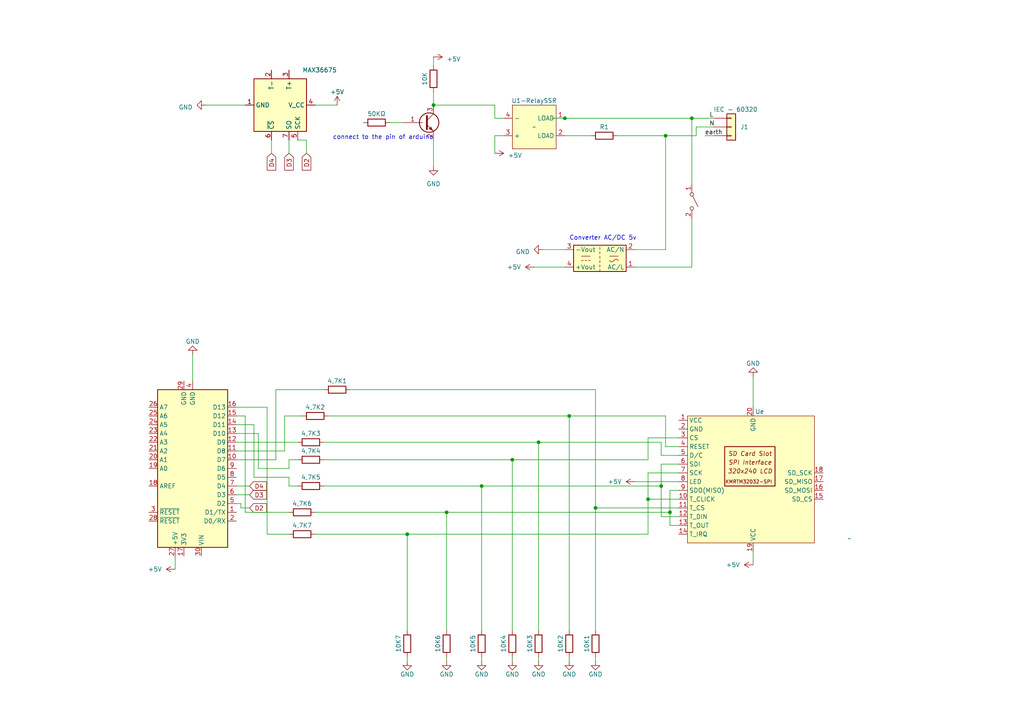
<source format=kicad_sch>
(kicad_sch (version 20230121) (generator eeschema)

  (uuid a360152b-217e-4bf5-ab06-859ca123b121)

  (paper "A4")

  (lib_symbols
    (symbol "Connector_Generic:Conn_01x03" (pin_numbers hide) (pin_names (offset 1.016) hide) (in_bom yes) (on_board yes)
      (property "Reference" "J" (at 0 5.08 0)
        (effects (font (size 1.27 1.27)))
      )
      (property "Value" "Conn_01x03" (at 0 -5.08 0)
        (effects (font (size 1.27 1.27)))
      )
      (property "Footprint" "" (at 0 0 0)
        (effects (font (size 1.27 1.27)) hide)
      )
      (property "Datasheet" "~" (at 0 0 0)
        (effects (font (size 1.27 1.27)) hide)
      )
      (property "ki_keywords" "connector" (at 0 0 0)
        (effects (font (size 1.27 1.27)) hide)
      )
      (property "ki_description" "Generic connector, single row, 01x03, script generated (kicad-library-utils/schlib/autogen/connector/)" (at 0 0 0)
        (effects (font (size 1.27 1.27)) hide)
      )
      (property "ki_fp_filters" "Connector*:*_1x??_*" (at 0 0 0)
        (effects (font (size 1.27 1.27)) hide)
      )
      (symbol "Conn_01x03_1_1"
        (rectangle (start -1.27 -2.413) (end 0 -2.667)
          (stroke (width 0.1524) (type default))
          (fill (type none))
        )
        (rectangle (start -1.27 0.127) (end 0 -0.127)
          (stroke (width 0.1524) (type default))
          (fill (type none))
        )
        (rectangle (start -1.27 2.667) (end 0 2.413)
          (stroke (width 0.1524) (type default))
          (fill (type none))
        )
        (rectangle (start -1.27 3.81) (end 1.27 -3.81)
          (stroke (width 0.254) (type default))
          (fill (type background))
        )
        (pin passive line (at -5.08 2.54 0) (length 3.81)
          (name "Pin_1" (effects (font (size 1.27 1.27))))
          (number "1" (effects (font (size 1.27 1.27))))
        )
        (pin passive line (at -5.08 0 0) (length 3.81)
          (name "Pin_2" (effects (font (size 1.27 1.27))))
          (number "2" (effects (font (size 1.27 1.27))))
        )
        (pin passive line (at -5.08 -2.54 0) (length 3.81)
          (name "Pin_3" (effects (font (size 1.27 1.27))))
          (number "3" (effects (font (size 1.27 1.27))))
        )
      )
    )
    (symbol "Converter_ACDC:HLK-PM01" (in_bom yes) (on_board yes)
      (property "Reference" "PS" (at 0 5.08 0)
        (effects (font (size 1.27 1.27)))
      )
      (property "Value" "HLK-PM01" (at 0 -5.08 0)
        (effects (font (size 1.27 1.27)))
      )
      (property "Footprint" "Converter_ACDC:Converter_ACDC_HiLink_HLK-PMxx" (at 0 -7.62 0)
        (effects (font (size 1.27 1.27)) hide)
      )
      (property "Datasheet" "http://www.hlktech.net/product_detail.php?ProId=54" (at 10.16 -8.89 0)
        (effects (font (size 1.27 1.27)) hide)
      )
      (property "ki_keywords" "AC/DC module power supply" (at 0 0 0)
        (effects (font (size 1.27 1.27)) hide)
      )
      (property "ki_description" "Compact AC/DC board mount power module 3W 5V" (at 0 0 0)
        (effects (font (size 1.27 1.27)) hide)
      )
      (property "ki_fp_filters" "Converter*ACDC*HiLink*HLK?PM*" (at 0 0 0)
        (effects (font (size 1.27 1.27)) hide)
      )
      (symbol "HLK-PM01_0_1"
        (rectangle (start -7.62 3.81) (end 7.62 -3.81)
          (stroke (width 0.254) (type default))
          (fill (type background))
        )
        (arc (start -5.334 0.635) (mid -4.699 0.2495) (end -4.064 0.635)
          (stroke (width 0) (type default))
          (fill (type none))
        )
        (arc (start -2.794 0.635) (mid -3.429 1.0072) (end -4.064 0.635)
          (stroke (width 0) (type default))
          (fill (type none))
        )
        (polyline
          (pts
            (xy -5.334 -0.635)
            (xy -2.794 -0.635)
          )
          (stroke (width 0) (type default))
          (fill (type none))
        )
        (polyline
          (pts
            (xy 0 -2.54)
            (xy 0 -3.175)
          )
          (stroke (width 0) (type default))
          (fill (type none))
        )
        (polyline
          (pts
            (xy 0 -1.27)
            (xy 0 -1.905)
          )
          (stroke (width 0) (type default))
          (fill (type none))
        )
        (polyline
          (pts
            (xy 0 0)
            (xy 0 -0.635)
          )
          (stroke (width 0) (type default))
          (fill (type none))
        )
        (polyline
          (pts
            (xy 0 1.27)
            (xy 0 0.635)
          )
          (stroke (width 0) (type default))
          (fill (type none))
        )
        (polyline
          (pts
            (xy 0 2.54)
            (xy 0 1.905)
          )
          (stroke (width 0) (type default))
          (fill (type none))
        )
        (polyline
          (pts
            (xy 0 3.81)
            (xy 0 3.175)
          )
          (stroke (width 0) (type default))
          (fill (type none))
        )
        (polyline
          (pts
            (xy 2.794 -0.635)
            (xy 5.334 -0.635)
          )
          (stroke (width 0) (type default))
          (fill (type none))
        )
        (polyline
          (pts
            (xy 2.794 0.635)
            (xy 3.302 0.635)
          )
          (stroke (width 0) (type default))
          (fill (type none))
        )
        (polyline
          (pts
            (xy 3.81 0.635)
            (xy 4.318 0.635)
          )
          (stroke (width 0) (type default))
          (fill (type none))
        )
        (polyline
          (pts
            (xy 4.826 0.635)
            (xy 5.334 0.635)
          )
          (stroke (width 0) (type default))
          (fill (type none))
        )
      )
      (symbol "HLK-PM01_1_1"
        (pin power_in line (at -10.16 2.54 0) (length 2.54)
          (name "AC/L" (effects (font (size 1.27 1.27))))
          (number "1" (effects (font (size 1.27 1.27))))
        )
        (pin power_in line (at -10.16 -2.54 0) (length 2.54)
          (name "AC/N" (effects (font (size 1.27 1.27))))
          (number "2" (effects (font (size 1.27 1.27))))
        )
        (pin power_out line (at 10.16 -2.54 180) (length 2.54)
          (name "-Vout" (effects (font (size 1.27 1.27))))
          (number "3" (effects (font (size 1.27 1.27))))
        )
        (pin power_out line (at 10.16 2.54 180) (length 2.54)
          (name "+Vout" (effects (font (size 1.27 1.27))))
          (number "4" (effects (font (size 1.27 1.27))))
        )
      )
    )
    (symbol "Device:Q_NPN_BCE" (pin_names (offset 0) hide) (in_bom yes) (on_board yes)
      (property "Reference" "Q1" (at 5.08 0.635 0)
        (effects (font (size 1.27 1.27)) (justify left) hide)
      )
      (property "Value" "Q_NPN_BCE" (at 5.08 -1.905 0)
        (effects (font (size 1.27 1.27)) (justify left) hide)
      )
      (property "Footprint" "" (at 5.08 2.54 0)
        (effects (font (size 1.27 1.27)) hide)
      )
      (property "Datasheet" "~" (at 0 0 0)
        (effects (font (size 1.27 1.27)) hide)
      )
      (property "ki_keywords" "transistor NPN" (at 0 0 0)
        (effects (font (size 1.27 1.27)) hide)
      )
      (property "ki_description" "NPN transistor, base/collector/emitter" (at 0 0 0)
        (effects (font (size 1.27 1.27)) hide)
      )
      (symbol "Q_NPN_BCE_0_1"
        (polyline
          (pts
            (xy 0.635 0.635)
            (xy 2.54 2.54)
          )
          (stroke (width 0) (type default))
          (fill (type none))
        )
        (polyline
          (pts
            (xy 0.635 -0.635)
            (xy 2.54 -2.54)
            (xy 2.54 -2.54)
          )
          (stroke (width 0) (type default))
          (fill (type none))
        )
        (polyline
          (pts
            (xy 0.635 1.905)
            (xy 0.635 -1.905)
            (xy 0.635 -1.905)
          )
          (stroke (width 0.508) (type default))
          (fill (type none))
        )
        (polyline
          (pts
            (xy 1.27 -1.778)
            (xy 1.778 -1.27)
            (xy 2.286 -2.286)
            (xy 1.27 -1.778)
            (xy 1.27 -1.778)
          )
          (stroke (width 0) (type default))
          (fill (type outline))
        )
        (circle (center 1.27 0) (radius 2.8194)
          (stroke (width 0.254) (type default))
          (fill (type none))
        )
      )
      (symbol "Q_NPN_BCE_1_1"
        (pin input line (at -6.35 0 0) (length 5.715)
          (name "B" (effects (font (size 1.27 1.27))))
          (number "1" (effects (font (size 1.27 1.27))))
        )
        (pin open_emitter line (at 2.54 -5.08 90) (length 2.54)
          (name "C" (effects (font (size 1.27 1.27))))
          (number "2" (effects (font (size 1.27 1.27))))
        )
        (pin open_collector line (at 2.54 5.08 270) (length 2.54)
          (name "E" (effects (font (size 1.27 1.27))))
          (number "3" (effects (font (size 1.27 1.27))))
        )
      )
    )
    (symbol "Device:R" (pin_numbers hide) (pin_names (offset 0)) (in_bom yes) (on_board yes)
      (property "Reference" "R" (at 2.032 0 90)
        (effects (font (size 1.27 1.27)))
      )
      (property "Value" "R" (at 0 0 90)
        (effects (font (size 1.27 1.27)))
      )
      (property "Footprint" "" (at -1.778 0 90)
        (effects (font (size 1.27 1.27)) hide)
      )
      (property "Datasheet" "~" (at 0 0 0)
        (effects (font (size 1.27 1.27)) hide)
      )
      (property "ki_keywords" "R res resistor" (at 0 0 0)
        (effects (font (size 1.27 1.27)) hide)
      )
      (property "ki_description" "Resistor" (at 0 0 0)
        (effects (font (size 1.27 1.27)) hide)
      )
      (property "ki_fp_filters" "R_*" (at 0 0 0)
        (effects (font (size 1.27 1.27)) hide)
      )
      (symbol "R_0_1"
        (rectangle (start -1.016 -2.54) (end 1.016 2.54)
          (stroke (width 0.254) (type default))
          (fill (type none))
        )
      )
      (symbol "R_1_1"
        (pin passive line (at 0 3.81 270) (length 1.27)
          (name "~" (effects (font (size 1.27 1.27))))
          (number "1" (effects (font (size 1.27 1.27))))
        )
        (pin passive line (at 0 -3.81 90) (length 1.27)
          (name "~" (effects (font (size 1.27 1.27))))
          (number "2" (effects (font (size 1.27 1.27))))
        )
      )
    )
    (symbol "MCU_Module:Arduino_Nano_v2.x" (in_bom yes) (on_board yes)
      (property "Reference" "A" (at -10.16 23.495 0)
        (effects (font (size 1.27 1.27)) (justify left bottom))
      )
      (property "Value" "Arduino_Nano_v2.x" (at 5.08 -24.13 0)
        (effects (font (size 1.27 1.27)) (justify left top))
      )
      (property "Footprint" "Module:Arduino_Nano" (at 0 0 0)
        (effects (font (size 1.27 1.27) italic) hide)
      )
      (property "Datasheet" "https://www.arduino.cc/en/uploads/Main/ArduinoNanoManual23.pdf" (at 0 0 0)
        (effects (font (size 1.27 1.27)) hide)
      )
      (property "ki_keywords" "Arduino nano microcontroller module USB" (at 0 0 0)
        (effects (font (size 1.27 1.27)) hide)
      )
      (property "ki_description" "Arduino Nano v2.x" (at 0 0 0)
        (effects (font (size 1.27 1.27)) hide)
      )
      (property "ki_fp_filters" "Arduino*Nano*" (at 0 0 0)
        (effects (font (size 1.27 1.27)) hide)
      )
      (symbol "Arduino_Nano_v2.x_0_1"
        (rectangle (start -10.16 22.86) (end 10.16 -22.86)
          (stroke (width 0.254) (type default))
          (fill (type background))
        )
      )
      (symbol "Arduino_Nano_v2.x_1_1"
        (pin bidirectional line (at -12.7 12.7 0) (length 2.54)
          (name "D1/TX" (effects (font (size 1.27 1.27))))
          (number "1" (effects (font (size 1.27 1.27))))
        )
        (pin bidirectional line (at -12.7 -2.54 0) (length 2.54)
          (name "D7" (effects (font (size 1.27 1.27))))
          (number "10" (effects (font (size 1.27 1.27))))
        )
        (pin bidirectional line (at -12.7 -5.08 0) (length 2.54)
          (name "D8" (effects (font (size 1.27 1.27))))
          (number "11" (effects (font (size 1.27 1.27))))
        )
        (pin bidirectional line (at -12.7 -7.62 0) (length 2.54)
          (name "D9" (effects (font (size 1.27 1.27))))
          (number "12" (effects (font (size 1.27 1.27))))
        )
        (pin bidirectional line (at -12.7 -10.16 0) (length 2.54)
          (name "D10" (effects (font (size 1.27 1.27))))
          (number "13" (effects (font (size 1.27 1.27))))
        )
        (pin bidirectional line (at -12.7 -12.7 0) (length 2.54)
          (name "D11" (effects (font (size 1.27 1.27))))
          (number "14" (effects (font (size 1.27 1.27))))
        )
        (pin bidirectional line (at -12.7 -15.24 0) (length 2.54)
          (name "D12" (effects (font (size 1.27 1.27))))
          (number "15" (effects (font (size 1.27 1.27))))
        )
        (pin bidirectional line (at -12.7 -17.78 0) (length 2.54)
          (name "D13" (effects (font (size 1.27 1.27))))
          (number "16" (effects (font (size 1.27 1.27))))
        )
        (pin power_out line (at 2.54 25.4 270) (length 2.54)
          (name "3V3" (effects (font (size 1.27 1.27))))
          (number "17" (effects (font (size 1.27 1.27))))
        )
        (pin input line (at 12.7 5.08 180) (length 2.54)
          (name "AREF" (effects (font (size 1.27 1.27))))
          (number "18" (effects (font (size 1.27 1.27))))
        )
        (pin bidirectional line (at 12.7 0 180) (length 2.54)
          (name "A0" (effects (font (size 1.27 1.27))))
          (number "19" (effects (font (size 1.27 1.27))))
        )
        (pin bidirectional line (at -12.7 15.24 0) (length 2.54)
          (name "D0/RX" (effects (font (size 1.27 1.27))))
          (number "2" (effects (font (size 1.27 1.27))))
        )
        (pin bidirectional line (at 12.7 -2.54 180) (length 2.54)
          (name "A1" (effects (font (size 1.27 1.27))))
          (number "20" (effects (font (size 1.27 1.27))))
        )
        (pin bidirectional line (at 12.7 -5.08 180) (length 2.54)
          (name "A2" (effects (font (size 1.27 1.27))))
          (number "21" (effects (font (size 1.27 1.27))))
        )
        (pin bidirectional line (at 12.7 -7.62 180) (length 2.54)
          (name "A3" (effects (font (size 1.27 1.27))))
          (number "22" (effects (font (size 1.27 1.27))))
        )
        (pin bidirectional line (at 12.7 -10.16 180) (length 2.54)
          (name "A4" (effects (font (size 1.27 1.27))))
          (number "23" (effects (font (size 1.27 1.27))))
        )
        (pin bidirectional line (at 12.7 -12.7 180) (length 2.54)
          (name "A5" (effects (font (size 1.27 1.27))))
          (number "24" (effects (font (size 1.27 1.27))))
        )
        (pin bidirectional line (at 12.7 -15.24 180) (length 2.54)
          (name "A6" (effects (font (size 1.27 1.27))))
          (number "25" (effects (font (size 1.27 1.27))))
        )
        (pin bidirectional line (at 12.7 -17.78 180) (length 2.54)
          (name "A7" (effects (font (size 1.27 1.27))))
          (number "26" (effects (font (size 1.27 1.27))))
        )
        (pin power_out line (at 5.08 25.4 270) (length 2.54)
          (name "+5V" (effects (font (size 1.27 1.27))))
          (number "27" (effects (font (size 1.27 1.27))))
        )
        (pin input line (at 12.7 15.24 180) (length 2.54)
          (name "~{RESET}" (effects (font (size 1.27 1.27))))
          (number "28" (effects (font (size 1.27 1.27))))
        )
        (pin power_in line (at 2.54 -25.4 90) (length 2.54)
          (name "GND" (effects (font (size 1.27 1.27))))
          (number "29" (effects (font (size 1.27 1.27))))
        )
        (pin input line (at 12.7 12.7 180) (length 2.54)
          (name "~{RESET}" (effects (font (size 1.27 1.27))))
          (number "3" (effects (font (size 1.27 1.27))))
        )
        (pin power_in line (at -2.54 25.4 270) (length 2.54)
          (name "VIN" (effects (font (size 1.27 1.27))))
          (number "30" (effects (font (size 1.27 1.27))))
        )
        (pin power_in line (at 0 -25.4 90) (length 2.54)
          (name "GND" (effects (font (size 1.27 1.27))))
          (number "4" (effects (font (size 1.27 1.27))))
        )
        (pin bidirectional line (at -12.7 10.16 0) (length 2.54)
          (name "D2" (effects (font (size 1.27 1.27))))
          (number "5" (effects (font (size 1.27 1.27))))
        )
        (pin bidirectional line (at -12.7 7.62 0) (length 2.54)
          (name "D3" (effects (font (size 1.27 1.27))))
          (number "6" (effects (font (size 1.27 1.27))))
        )
        (pin bidirectional line (at -12.7 5.08 0) (length 2.54)
          (name "D4" (effects (font (size 1.27 1.27))))
          (number "7" (effects (font (size 1.27 1.27))))
        )
        (pin bidirectional line (at -12.7 2.54 0) (length 2.54)
          (name "D5" (effects (font (size 1.27 1.27))))
          (number "8" (effects (font (size 1.27 1.27))))
        )
        (pin bidirectional line (at -12.7 0 0) (length 2.54)
          (name "D6" (effects (font (size 1.27 1.27))))
          (number "9" (effects (font (size 1.27 1.27))))
        )
      )
    )
    (symbol "Sensor_Temperature:MAX31855EASA" (in_bom yes) (on_board yes)
      (property "Reference" "U" (at -7.62 8.89 0)
        (effects (font (size 1.27 1.27)) (justify left))
      )
      (property "Value" "MAX31855EASA" (at 1.27 8.89 0)
        (effects (font (size 1.27 1.27)) (justify left))
      )
      (property "Footprint" "Package_SO:SOIC-8_3.9x4.9mm_P1.27mm" (at 25.4 -8.89 0)
        (effects (font (size 1.27 1.27) italic) hide)
      )
      (property "Datasheet" "http://datasheets.maximintegrated.com/en/ds/MAX31855.pdf" (at 0 0 0)
        (effects (font (size 1.27 1.27)) hide)
      )
      (property "ki_keywords" "Cold Junction Termocouple Interface SPI" (at 0 0 0)
        (effects (font (size 1.27 1.27)) hide)
      )
      (property "ki_description" "Cold Junction E-type Termocouple Interface, SPI, SO8" (at 0 0 0)
        (effects (font (size 1.27 1.27)) hide)
      )
      (property "ki_fp_filters" "SOIC*3.9x4.9mm*P1.27mm*" (at 0 0 0)
        (effects (font (size 1.27 1.27)) hide)
      )
      (symbol "MAX31855EASA_0_1"
        (rectangle (start -7.62 7.62) (end 7.62 -7.62)
          (stroke (width 0.254) (type default))
          (fill (type background))
        )
      )
      (symbol "MAX31855EASA_1_1"
        (pin power_in line (at 0 -10.16 90) (length 2.54)
          (name "GND" (effects (font (size 1.27 1.27))))
          (number "1" (effects (font (size 1.27 1.27))))
        )
        (pin passive line (at -10.16 -2.54 0) (length 2.54)
          (name "T-" (effects (font (size 1.27 1.27))))
          (number "2" (effects (font (size 1.27 1.27))))
        )
        (pin passive line (at -10.16 2.54 0) (length 2.54)
          (name "T+" (effects (font (size 1.27 1.27))))
          (number "3" (effects (font (size 1.27 1.27))))
        )
        (pin power_in line (at 0 10.16 270) (length 2.54)
          (name "V_CC" (effects (font (size 1.27 1.27))))
          (number "4" (effects (font (size 1.27 1.27))))
        )
        (pin input line (at 10.16 5.08 180) (length 2.54)
          (name "SCK" (effects (font (size 1.27 1.27))))
          (number "5" (effects (font (size 1.27 1.27))))
        )
        (pin input line (at 10.16 -2.54 180) (length 2.54)
          (name "~{CS}" (effects (font (size 1.27 1.27))))
          (number "6" (effects (font (size 1.27 1.27))))
        )
        (pin tri_state line (at 10.16 2.54 180) (length 2.54)
          (name "SO" (effects (font (size 1.27 1.27))))
          (number "7" (effects (font (size 1.27 1.27))))
        )
      )
    )
    (symbol "Switch:SW_DPST_x2" (pin_names (offset 0) hide) (in_bom yes) (on_board yes)
      (property "Reference" "SW" (at 0 3.175 0)
        (effects (font (size 1.27 1.27)))
      )
      (property "Value" "SW_DPST_x2" (at 0 -2.54 0)
        (effects (font (size 1.27 1.27)))
      )
      (property "Footprint" "" (at 0 0 0)
        (effects (font (size 1.27 1.27)) hide)
      )
      (property "Datasheet" "~" (at 0 0 0)
        (effects (font (size 1.27 1.27)) hide)
      )
      (property "ki_keywords" "switch lever" (at 0 0 0)
        (effects (font (size 1.27 1.27)) hide)
      )
      (property "ki_description" "Single Pole Single Throw (SPST) switch, separate symbol" (at 0 0 0)
        (effects (font (size 1.27 1.27)) hide)
      )
      (symbol "SW_DPST_x2_0_0"
        (circle (center -2.032 0) (radius 0.508)
          (stroke (width 0) (type default))
          (fill (type none))
        )
        (polyline
          (pts
            (xy -1.524 0.254)
            (xy 1.524 1.778)
          )
          (stroke (width 0) (type default))
          (fill (type none))
        )
        (circle (center 2.032 0) (radius 0.508)
          (stroke (width 0) (type default))
          (fill (type none))
        )
      )
      (symbol "SW_DPST_x2_1_1"
        (pin passive line (at -5.08 0 0) (length 2.54)
          (name "A" (effects (font (size 1.27 1.27))))
          (number "1" (effects (font (size 1.27 1.27))))
        )
        (pin passive line (at 5.08 0 180) (length 2.54)
          (name "B" (effects (font (size 1.27 1.27))))
          (number "2" (effects (font (size 1.27 1.27))))
        )
      )
      (symbol "SW_DPST_x2_2_1"
        (pin passive line (at -5.08 0 0) (length 2.54)
          (name "A" (effects (font (size 1.27 1.27))))
          (number "3" (effects (font (size 1.27 1.27))))
        )
        (pin passive line (at 5.08 0 180) (length 2.54)
          (name "B" (effects (font (size 1.27 1.27))))
          (number "4" (effects (font (size 1.27 1.27))))
        )
      )
    )
    (symbol "hot_plate_kicad:KMRTM32032-SPI" (in_bom yes) (on_board yes)
      (property "Reference" "U" (at 0 0 0)
        (effects (font (size 1.27 1.27)))
      )
      (property "Value" "" (at 0 0 0)
        (effects (font (size 1.27 1.27)))
      )
      (property "Footprint" "" (at 0 0 0)
        (effects (font (size 1.27 1.27)) hide)
      )
      (property "Datasheet" "" (at 0 0 0)
        (effects (font (size 1.27 1.27)) hide)
      )
      (symbol "KMRTM32032-SPI_0_0"
        (text "320x240 LCD" (at 28.829 -19.558 0)
          (effects (font (size 1.27 1.27) italic))
        )
        (text "KMRTM32032-SPI" (at 29.21 -16.51 0)
          (effects (font (size 1 1)))
        )
        (text "SD Card Slot" (at 22.479 -24.638 0)
          (effects (font (size 1.27 1.27) italic) (justify left))
        )
        (text "SPI Interface" (at 22.479 -22.098 0)
          (effects (font (size 1.27 1.27) italic) (justify left))
        )
      )
      (symbol "KMRTM32032-SPI_0_1"
        (rectangle (start 10.16 1.27) (end 46.99 -35.56)
          (stroke (width 0.15) (type default))
          (fill (type background))
        )
        (rectangle (start 21.59 -15.24) (end 36.195 -26.67)
          (stroke (width 0.254) (type default))
          (fill (type none))
        )
      )
      (symbol "KMRTM32032-SPI_1_1"
        (pin power_in line (at 49.53 -34.29 180) (length 2.54)
          (name "VCC" (effects (font (size 1.27 1.27))))
          (number "1" (effects (font (size 1.27 1.27))))
          (alternate "INPUT/OUTPUT" bidirectional line)
        )
        (pin bidirectional line (at 49.53 -11.43 180) (length 2.54)
          (name "T_CLICK" (effects (font (size 1.27 1.27))))
          (number "10" (effects (font (size 1.27 1.27))))
        )
        (pin bidirectional line (at 49.53 -8.89 180) (length 2.54)
          (name "T_CS" (effects (font (size 1.27 1.27))))
          (number "11" (effects (font (size 1.27 1.27))))
        )
        (pin bidirectional line (at 49.53 -6.35 180) (length 2.54)
          (name "T_DIN" (effects (font (size 1.27 1.27))))
          (number "12" (effects (font (size 1.27 1.27))))
        )
        (pin bidirectional line (at 49.53 -3.81 180) (length 2.54)
          (name "T_OUT" (effects (font (size 1.27 1.27))))
          (number "13" (effects (font (size 1.27 1.27))))
        )
        (pin bidirectional line (at 49.53 -1.27 180) (length 2.54)
          (name "T_IRQ" (effects (font (size 1.27 1.27))))
          (number "14" (effects (font (size 1.27 1.27))))
        )
        (pin input line (at 7.62 -11.43 0) (length 2.54)
          (name "SD_CS" (effects (font (size 1.27 1.27))))
          (number "15" (effects (font (size 1.27 1.27))))
        )
        (pin input line (at 7.62 -13.97 0) (length 2.54)
          (name "SD_MOSI" (effects (font (size 1.27 1.27))))
          (number "16" (effects (font (size 1.27 1.27))))
        )
        (pin output line (at 7.62 -16.51 0) (length 2.54)
          (name "SD_MISO" (effects (font (size 1.27 1.27))))
          (number "17" (effects (font (size 1.27 1.27))))
        )
        (pin input line (at 7.62 -19.05 0) (length 2.54)
          (name "SD_SCK" (effects (font (size 1.27 1.27))))
          (number "18" (effects (font (size 1.27 1.27))))
        )
        (pin power_in line (at 27.94 3.81 270) (length 2.54)
          (name "VCC" (effects (font (size 1.27 1.27))))
          (number "19" (effects (font (size 1.27 1.27))))
        )
        (pin power_in line (at 49.53 -31.75 180) (length 2.54)
          (name "GND" (effects (font (size 1.27 1.27))))
          (number "2" (effects (font (size 1.27 1.27))))
        )
        (pin power_in line (at 27.94 -38.1 90) (length 2.54)
          (name "GND" (effects (font (size 1.27 1.27))))
          (number "20" (effects (font (size 1.27 1.27))))
        )
        (pin bidirectional line (at 49.53 -29.21 180) (length 2.54)
          (name "CS" (effects (font (size 1.27 1.27))))
          (number "3" (effects (font (size 1.27 1.27))))
        )
        (pin bidirectional line (at 49.53 -26.67 180) (length 2.54)
          (name "RESET" (effects (font (size 1.27 1.27))))
          (number "4" (effects (font (size 1.27 1.27))))
        )
        (pin bidirectional line (at 49.53 -24.13 180) (length 2.54)
          (name "D/C" (effects (font (size 1.27 1.27))))
          (number "5" (effects (font (size 1.27 1.27))))
        )
        (pin bidirectional line (at 49.53 -21.59 180) (length 2.54)
          (name "SDI" (effects (font (size 1.27 1.27))))
          (number "6" (effects (font (size 1.27 1.27))))
        )
        (pin bidirectional line (at 49.53 -19.05 180) (length 2.54)
          (name "SCK" (effects (font (size 1.27 1.27))))
          (number "7" (effects (font (size 1.27 1.27))))
        )
        (pin bidirectional line (at 49.53 -16.51 180) (length 2.54)
          (name "LED" (effects (font (size 1.27 1.27))))
          (number "8" (effects (font (size 1.27 1.27))))
        )
        (pin bidirectional line (at 49.53 -13.97 180) (length 2.54)
          (name "SDO(MISO)" (effects (font (size 1.27 1.27))))
          (number "9" (effects (font (size 1.27 1.27))))
        )
      )
    )
    (symbol "hot_plate_kicad:SSR40DAHR" (in_bom yes) (on_board yes)
      (property "Reference" "U" (at -5.08 7.62 0)
        (effects (font (size 1.27 1.27)))
      )
      (property "Value" "" (at 0 0 0)
        (effects (font (size 1.27 1.27)))
      )
      (property "Footprint" "" (at 0 0 0)
        (effects (font (size 1.27 1.27)) hide)
      )
      (property "Datasheet" "" (at 0 0 0)
        (effects (font (size 1.27 1.27)) hide)
      )
      (symbol "SSR40DAHR_0_1"
        (rectangle (start -6.35 6.35) (end 6.35 -6.35)
          (stroke (width 0) (type default))
          (fill (type background))
        )
      )
      (symbol "SSR40DAHR_1_1"
        (pin bidirectional line (at 8.89 2.54 180) (length 2.54)
          (name "LOAD" (effects (font (size 1.27 1.27))))
          (number "1" (effects (font (size 1.27 1.27))))
        )
        (pin bidirectional line (at 8.89 -2.54 180) (length 2.54)
          (name "LOAD" (effects (font (size 1.27 1.27))))
          (number "2" (effects (font (size 1.27 1.27))))
        )
        (pin input line (at -8.89 -2.54 0) (length 2.54)
          (name "+" (effects (font (size 1.27 1.27))))
          (number "3" (effects (font (size 1.27 1.27))))
        )
        (pin input line (at -8.89 2.54 0) (length 2.54)
          (name "-" (effects (font (size 1.27 1.27))))
          (number "4" (effects (font (size 1.27 1.27))))
        )
      )
    )
    (symbol "power:+5V" (power) (pin_names (offset 0)) (in_bom yes) (on_board yes)
      (property "Reference" "#PWR" (at 0 -3.81 0)
        (effects (font (size 1.27 1.27)) hide)
      )
      (property "Value" "+5V" (at 0 3.556 0)
        (effects (font (size 1.27 1.27)))
      )
      (property "Footprint" "" (at 0 0 0)
        (effects (font (size 1.27 1.27)) hide)
      )
      (property "Datasheet" "" (at 0 0 0)
        (effects (font (size 1.27 1.27)) hide)
      )
      (property "ki_keywords" "global power" (at 0 0 0)
        (effects (font (size 1.27 1.27)) hide)
      )
      (property "ki_description" "Power symbol creates a global label with name \"+5V\"" (at 0 0 0)
        (effects (font (size 1.27 1.27)) hide)
      )
      (symbol "+5V_0_1"
        (polyline
          (pts
            (xy -0.762 1.27)
            (xy 0 2.54)
          )
          (stroke (width 0) (type default))
          (fill (type none))
        )
        (polyline
          (pts
            (xy 0 0)
            (xy 0 2.54)
          )
          (stroke (width 0) (type default))
          (fill (type none))
        )
        (polyline
          (pts
            (xy 0 2.54)
            (xy 0.762 1.27)
          )
          (stroke (width 0) (type default))
          (fill (type none))
        )
      )
      (symbol "+5V_1_1"
        (pin power_in line (at 0 0 90) (length 0) hide
          (name "+5V" (effects (font (size 1.27 1.27))))
          (number "1" (effects (font (size 1.27 1.27))))
        )
      )
    )
    (symbol "power:GND" (power) (pin_names (offset 0)) (in_bom yes) (on_board yes)
      (property "Reference" "#PWR" (at 0 -6.35 0)
        (effects (font (size 1.27 1.27)) hide)
      )
      (property "Value" "GND" (at 0 -3.81 0)
        (effects (font (size 1.27 1.27)))
      )
      (property "Footprint" "" (at 0 0 0)
        (effects (font (size 1.27 1.27)) hide)
      )
      (property "Datasheet" "" (at 0 0 0)
        (effects (font (size 1.27 1.27)) hide)
      )
      (property "ki_keywords" "global power" (at 0 0 0)
        (effects (font (size 1.27 1.27)) hide)
      )
      (property "ki_description" "Power symbol creates a global label with name \"GND\" , ground" (at 0 0 0)
        (effects (font (size 1.27 1.27)) hide)
      )
      (symbol "GND_0_1"
        (polyline
          (pts
            (xy 0 0)
            (xy 0 -1.27)
            (xy 1.27 -1.27)
            (xy 0 -2.54)
            (xy -1.27 -1.27)
            (xy 0 -1.27)
          )
          (stroke (width 0) (type default))
          (fill (type none))
        )
      )
      (symbol "GND_1_1"
        (pin power_in line (at 0 0 270) (length 0) hide
          (name "GND" (effects (font (size 1.27 1.27))))
          (number "1" (effects (font (size 1.27 1.27))))
        )
      )
    )
  )

  (junction (at 148.59 133.35) (diameter 0) (color 0 0 0 0)
    (uuid 23c786ca-d7ce-4d8c-bf13-df7f9d958890)
  )
  (junction (at 194.31 148.59) (diameter 0) (color 0 0 0 0)
    (uuid 3378f624-fdf1-4f12-8b34-7febb2533280)
  )
  (junction (at 156.21 128.27) (diameter 0) (color 0 0 0 0)
    (uuid 48633293-b6b4-4ed8-bd39-f770ae2a1f0c)
  )
  (junction (at 163.83 34.29) (diameter 0) (color 0 0 0 0)
    (uuid 527cb643-4436-4d51-8a85-0f76b633720c)
  )
  (junction (at 187.96 144.78) (diameter 0) (color 0 0 0 0)
    (uuid 5d5da3bd-6418-440f-b535-a78213354835)
  )
  (junction (at 129.54 148.59) (diameter 0) (color 0 0 0 0)
    (uuid 64c0942d-a3f3-4a3f-b309-36390bc822db)
  )
  (junction (at 200.66 34.29) (diameter 0) (color 0 0 0 0)
    (uuid 6b2ff29f-9a59-44aa-902c-a0e5b7f532aa)
  )
  (junction (at 193.04 39.37) (diameter 0) (color 0 0 0 0)
    (uuid a6575d6c-04b3-452a-a0b5-255fa79a6bde)
  )
  (junction (at 118.11 154.94) (diameter 0) (color 0 0 0 0)
    (uuid a877a97d-a109-457b-9d45-2ef329f4ad83)
  )
  (junction (at 139.7 140.97) (diameter 0) (color 0 0 0 0)
    (uuid b1c695d4-0a60-427a-a142-49cd8426c629)
  )
  (junction (at 172.72 147.32) (diameter 0) (color 0 0 0 0)
    (uuid b440719a-e715-45cb-ba05-7d23799f11ba)
  )
  (junction (at 125.73 30.48) (diameter 0) (color 0 0 0 0)
    (uuid c1d80bc1-3399-4486-89de-1d0f9346ade8)
  )
  (junction (at 191.77 140.97) (diameter 0) (color 0 0 0 0)
    (uuid c5d9cebf-7445-44a3-bee4-06f8789e380f)
  )
  (junction (at 165.1 120.65) (diameter 0) (color 0 0 0 0)
    (uuid f8914f50-1cf6-400d-8897-726a8c010d6c)
  )

  (wire (pts (xy 86.36 40.64) (xy 88.9 40.64))
    (stroke (width 0) (type default))
    (uuid 002031f6-fd78-4586-8ee0-06cbfa2c9f7c)
  )
  (wire (pts (xy 55.88 102.87) (xy 55.88 110.49))
    (stroke (width 0) (type default))
    (uuid 02a8bca3-a461-44b2-886c-8ec6480b74e0)
  )
  (wire (pts (xy 93.98 128.27) (xy 156.21 128.27))
    (stroke (width 0) (type default))
    (uuid 03c8344b-3c67-4b84-be2b-11cba5b33e16)
  )
  (wire (pts (xy 156.21 190.5) (xy 156.21 191.77))
    (stroke (width 0) (type default))
    (uuid 04ea25a5-6087-43d0-80a5-4e47b11a91bb)
  )
  (wire (pts (xy 196.85 137.16) (xy 187.96 137.16))
    (stroke (width 0) (type default))
    (uuid 07443dd3-2c56-438b-b7de-50705d946e89)
  )
  (wire (pts (xy 129.54 190.5) (xy 129.54 191.77))
    (stroke (width 0) (type default))
    (uuid 07793a3c-23ee-4ebb-ba7c-33892af278a3)
  )
  (wire (pts (xy 139.7 140.97) (xy 191.77 140.97))
    (stroke (width 0) (type default))
    (uuid 07c8b3fa-1d85-472d-8af5-8349198dcaa2)
  )
  (wire (pts (xy 83.82 135.89) (xy 83.82 133.35))
    (stroke (width 0) (type default))
    (uuid 093d9767-303d-4977-b3a5-6324eb78357f)
  )
  (wire (pts (xy 200.66 34.29) (xy 200.66 53.34))
    (stroke (width 0) (type default))
    (uuid 0c09d655-8362-429a-990f-0671cca2bba2)
  )
  (wire (pts (xy 129.54 148.59) (xy 194.31 148.59))
    (stroke (width 0) (type default))
    (uuid 0d7230e4-fc04-4273-b4dc-c6a6a8414522)
  )
  (wire (pts (xy 50.8 161.29) (xy 50.8 165.1))
    (stroke (width 0) (type default))
    (uuid 10a48f03-c7c4-4223-8dea-50ddacbc1f3b)
  )
  (wire (pts (xy 148.59 133.35) (xy 148.59 182.88))
    (stroke (width 0) (type default))
    (uuid 119027ae-b839-4bf5-a1bf-c4bb05e1948e)
  )
  (wire (pts (xy 74.93 125.73) (xy 74.93 135.89))
    (stroke (width 0) (type default))
    (uuid 1294ab86-207d-49a9-b07f-79065aac18e1)
  )
  (wire (pts (xy 187.96 154.94) (xy 187.96 144.78))
    (stroke (width 0) (type default))
    (uuid 135d5771-2e60-4799-8070-5606fd3701b3)
  )
  (wire (pts (xy 118.11 154.94) (xy 118.11 182.88))
    (stroke (width 0) (type default))
    (uuid 169a32d4-7e74-4fb2-b77f-94f5a3ad0356)
  )
  (wire (pts (xy 68.58 133.35) (xy 80.01 133.35))
    (stroke (width 0) (type default))
    (uuid 16f8d58a-789d-449b-b8de-19d5c9eac58e)
  )
  (wire (pts (xy 118.11 154.94) (xy 187.96 154.94))
    (stroke (width 0) (type default))
    (uuid 1d0d5154-1601-496a-b674-a1c31ddd12a8)
  )
  (wire (pts (xy 91.44 30.48) (xy 97.79 30.48))
    (stroke (width 0) (type default))
    (uuid 239600ef-9934-4afb-a1c7-8841bd864180)
  )
  (wire (pts (xy 163.83 39.37) (xy 171.45 39.37))
    (stroke (width 0) (type default))
    (uuid 24914498-6be6-45e7-b41d-bd726c18a28d)
  )
  (wire (pts (xy 184.15 72.39) (xy 193.04 72.39))
    (stroke (width 0) (type default))
    (uuid 2d93a4e8-2564-4ebc-b056-d3e8defc7bc8)
  )
  (wire (pts (xy 71.12 120.65) (xy 71.12 148.59))
    (stroke (width 0) (type default))
    (uuid 3281cccb-cf2f-4095-9a3c-e82d800bd8e4)
  )
  (wire (pts (xy 172.72 147.32) (xy 196.85 147.32))
    (stroke (width 0) (type default))
    (uuid 356ab4a9-dc32-4003-b1c1-29578c59ad43)
  )
  (wire (pts (xy 172.72 147.32) (xy 172.72 182.88))
    (stroke (width 0) (type default))
    (uuid 37903ffb-2d1b-4e49-95e8-8be4262ad0be)
  )
  (wire (pts (xy 68.58 128.27) (xy 86.36 128.27))
    (stroke (width 0) (type default))
    (uuid 393a6b15-1ec8-4e3e-bd82-4f523b60c101)
  )
  (wire (pts (xy 156.21 128.27) (xy 191.77 128.27))
    (stroke (width 0) (type default))
    (uuid 3f096310-b462-4a38-bf30-aac21eb5e8a8)
  )
  (wire (pts (xy 165.1 120.65) (xy 165.1 182.88))
    (stroke (width 0) (type default))
    (uuid 44b591a6-115a-4289-ba33-b11a6fa0166f)
  )
  (wire (pts (xy 143.51 30.48) (xy 143.51 34.29))
    (stroke (width 0) (type default))
    (uuid 4541da00-8deb-417c-8a58-1f2a581f1b74)
  )
  (wire (pts (xy 157.48 72.39) (xy 163.83 72.39))
    (stroke (width 0) (type default))
    (uuid 47051abc-58ac-4bd3-94df-7ae1786168e6)
  )
  (wire (pts (xy 95.25 120.65) (xy 165.1 120.65))
    (stroke (width 0) (type default))
    (uuid 4e35eb3e-905b-42a6-a716-c321b59123c7)
  )
  (wire (pts (xy 191.77 132.08) (xy 196.85 132.08))
    (stroke (width 0) (type default))
    (uuid 514d44b7-a78a-42b7-9ee5-b3c34b31fec3)
  )
  (wire (pts (xy 143.51 39.37) (xy 143.51 44.45))
    (stroke (width 0) (type default))
    (uuid 52ae306d-f0ca-466b-8830-d2770a9f71a0)
  )
  (wire (pts (xy 118.11 190.5) (xy 118.11 191.77))
    (stroke (width 0) (type default))
    (uuid 53ad4802-568f-43cc-877a-cf1d2dd04069)
  )
  (wire (pts (xy 68.58 118.11) (xy 77.47 118.11))
    (stroke (width 0) (type default))
    (uuid 56d910d9-a286-4c06-8690-5d6e32d8e369)
  )
  (wire (pts (xy 200.66 34.29) (xy 207.01 34.29))
    (stroke (width 0) (type default))
    (uuid 588c4452-7583-485b-8875-09bfa1aa9312)
  )
  (wire (pts (xy 69.85 147.32) (xy 69.85 146.05))
    (stroke (width 0) (type default))
    (uuid 58e039db-5b70-4940-aaee-a48b06b9bc91)
  )
  (wire (pts (xy 204.47 39.37) (xy 207.01 39.37))
    (stroke (width 0) (type default))
    (uuid 611f0fbf-64d9-48d4-a75a-7d09373e2ac7)
  )
  (wire (pts (xy 218.44 160.02) (xy 218.44 163.83))
    (stroke (width 0) (type default))
    (uuid 68eda9e3-692a-4f93-adae-a8e2a50d6798)
  )
  (wire (pts (xy 68.58 140.97) (xy 72.39 140.97))
    (stroke (width 0) (type default))
    (uuid 6b13cf3f-062f-4ae3-8b3f-6e47532b6396)
  )
  (wire (pts (xy 113.03 35.56) (xy 116.84 35.56))
    (stroke (width 0) (type default))
    (uuid 6c7f7d90-dab9-4b48-8809-274481c000cd)
  )
  (wire (pts (xy 193.04 129.54) (xy 196.85 129.54))
    (stroke (width 0) (type default))
    (uuid 6e1929a7-263f-47ee-a32a-a9f35d343d6f)
  )
  (wire (pts (xy 218.44 109.22) (xy 218.44 118.11))
    (stroke (width 0) (type default))
    (uuid 6f0cd760-0ab8-4606-8159-210a33de2176)
  )
  (wire (pts (xy 77.47 118.11) (xy 77.47 154.94))
    (stroke (width 0) (type default))
    (uuid 70505d87-321c-4881-a3fd-b5d773f41658)
  )
  (wire (pts (xy 172.72 190.5) (xy 172.72 191.77))
    (stroke (width 0) (type default))
    (uuid 707c2977-b3d1-477b-b46a-dc7df1550677)
  )
  (wire (pts (xy 68.58 120.65) (xy 71.12 120.65))
    (stroke (width 0) (type default))
    (uuid 71a61a58-3b8a-4731-822d-49a38694847f)
  )
  (wire (pts (xy 191.77 149.86) (xy 196.85 149.86))
    (stroke (width 0) (type default))
    (uuid 743423b8-396c-4c5c-ba91-3cf057b2992d)
  )
  (wire (pts (xy 78.74 40.64) (xy 78.74 44.45))
    (stroke (width 0) (type default))
    (uuid 745020fb-5862-497e-8b68-34d43c2ea079)
  )
  (wire (pts (xy 172.72 113.03) (xy 172.72 147.32))
    (stroke (width 0) (type default))
    (uuid 754d8e72-48dc-4102-a306-eb563db8c7cf)
  )
  (wire (pts (xy 83.82 40.64) (xy 83.82 44.45))
    (stroke (width 0) (type default))
    (uuid 781cf5b9-2450-4d24-a17c-a95885a5223b)
  )
  (wire (pts (xy 73.66 123.19) (xy 73.66 138.43))
    (stroke (width 0) (type default))
    (uuid 7a12bf89-9440-4bfa-b8e1-6d99dba18400)
  )
  (wire (pts (xy 201.93 36.83) (xy 207.01 36.83))
    (stroke (width 0) (type default))
    (uuid 7cb345ea-c787-4b95-aa1e-97dcb7cd8281)
  )
  (wire (pts (xy 139.7 190.5) (xy 139.7 191.77))
    (stroke (width 0) (type default))
    (uuid 80eedff0-444f-4069-b912-09e946e28d58)
  )
  (wire (pts (xy 148.59 190.5) (xy 148.59 191.77))
    (stroke (width 0) (type default))
    (uuid 88b49d8d-256b-4c91-8ad1-d845b1da2ede)
  )
  (wire (pts (xy 194.31 142.24) (xy 196.85 142.24))
    (stroke (width 0) (type default))
    (uuid 8b67d25e-2110-4178-a10f-2ab1a92c9655)
  )
  (wire (pts (xy 82.55 120.65) (xy 87.63 120.65))
    (stroke (width 0) (type default))
    (uuid 91b9b51b-141b-401b-80f4-f3cb6981bfdc)
  )
  (wire (pts (xy 194.31 148.59) (xy 194.31 152.4))
    (stroke (width 0) (type default))
    (uuid 92710014-72a6-412b-9275-9b2dcd988605)
  )
  (wire (pts (xy 143.51 34.29) (xy 146.05 34.29))
    (stroke (width 0) (type default))
    (uuid 932ab1fa-8361-4161-ac9d-d22c8e365c47)
  )
  (wire (pts (xy 165.1 190.5) (xy 165.1 191.77))
    (stroke (width 0) (type default))
    (uuid 9385dc8b-16f4-4867-8e90-f36722adc7c8)
  )
  (wire (pts (xy 68.58 130.81) (xy 82.55 130.81))
    (stroke (width 0) (type default))
    (uuid 93a0217a-3adb-47df-9957-52051d740a7d)
  )
  (wire (pts (xy 93.98 133.35) (xy 148.59 133.35))
    (stroke (width 0) (type default))
    (uuid 967f40a3-7465-4056-8451-5d3f8e826209)
  )
  (wire (pts (xy 129.54 148.59) (xy 129.54 182.88))
    (stroke (width 0) (type default))
    (uuid 97041352-e491-4627-b8df-f9393fe6c24f)
  )
  (wire (pts (xy 193.04 72.39) (xy 193.04 39.37))
    (stroke (width 0) (type default))
    (uuid 984b5489-5889-43ac-9f27-d48a1587e3ad)
  )
  (wire (pts (xy 193.04 120.65) (xy 193.04 129.54))
    (stroke (width 0) (type default))
    (uuid 9d0acfe2-0df2-4e57-9442-f9825145f0dc)
  )
  (wire (pts (xy 91.44 148.59) (xy 129.54 148.59))
    (stroke (width 0) (type default))
    (uuid 9ebed09c-578a-4874-8b27-f709f128b677)
  )
  (wire (pts (xy 125.73 30.48) (xy 143.51 30.48))
    (stroke (width 0) (type default))
    (uuid a2a3f458-e857-496f-8b59-f52480ce0697)
  )
  (wire (pts (xy 125.73 16.51) (xy 125.73 19.05))
    (stroke (width 0) (type default))
    (uuid a490384e-bbd4-4bcd-97fb-affc48cf9ec0)
  )
  (wire (pts (xy 93.98 140.97) (xy 139.7 140.97))
    (stroke (width 0) (type default))
    (uuid a576fbf7-001d-49de-aed7-6065cec520bf)
  )
  (wire (pts (xy 139.7 140.97) (xy 139.7 182.88))
    (stroke (width 0) (type default))
    (uuid a9b9d016-252f-4ddd-9d4f-4c28a614d0af)
  )
  (wire (pts (xy 194.31 152.4) (xy 196.85 152.4))
    (stroke (width 0) (type default))
    (uuid ab93a2aa-08cd-41f3-bc1d-9e0498e0168f)
  )
  (wire (pts (xy 187.96 137.16) (xy 187.96 144.78))
    (stroke (width 0) (type default))
    (uuid abdfcab7-7d4b-4de9-bfa5-1f4f8a57cb1d)
  )
  (wire (pts (xy 163.83 34.29) (xy 200.66 34.29))
    (stroke (width 0) (type default))
    (uuid b30d73ba-8dcd-4bc0-9fb0-10553cc9e645)
  )
  (wire (pts (xy 88.9 40.64) (xy 88.9 44.45))
    (stroke (width 0) (type default))
    (uuid b6a2beeb-825e-41a2-abff-8efc97a981e8)
  )
  (wire (pts (xy 160.02 34.29) (xy 163.83 34.29))
    (stroke (width 0) (type default))
    (uuid b85e9edd-f514-49b8-ac09-ae6e86141c70)
  )
  (wire (pts (xy 80.01 113.03) (xy 93.98 113.03))
    (stroke (width 0) (type default))
    (uuid b99cd7e9-2753-4e04-b4e2-da5c68da2941)
  )
  (wire (pts (xy 184.15 139.7) (xy 196.85 139.7))
    (stroke (width 0) (type default))
    (uuid bfa1602a-535a-454f-b5c7-5dda1f4c2f1c)
  )
  (wire (pts (xy 69.85 146.05) (xy 68.58 146.05))
    (stroke (width 0) (type default))
    (uuid c7537746-ced2-4ec5-a75b-93eba6f41564)
  )
  (wire (pts (xy 200.66 63.5) (xy 200.66 77.47))
    (stroke (width 0) (type default))
    (uuid d01549f9-1fb0-4f0d-931d-064b10ec1940)
  )
  (wire (pts (xy 165.1 120.65) (xy 193.04 120.65))
    (stroke (width 0) (type default))
    (uuid d137bd64-4e15-4760-9829-145505bdbbeb)
  )
  (wire (pts (xy 191.77 134.62) (xy 196.85 134.62))
    (stroke (width 0) (type default))
    (uuid d3072958-9779-414d-83a3-a67b2bf29de4)
  )
  (wire (pts (xy 184.15 77.47) (xy 200.66 77.47))
    (stroke (width 0) (type default))
    (uuid d39eb07d-5811-4063-b846-386e42f20176)
  )
  (wire (pts (xy 59.69 30.48) (xy 71.12 30.48))
    (stroke (width 0) (type default))
    (uuid d3f81b46-daa7-45d0-a528-0fcf38e8bb61)
  )
  (wire (pts (xy 191.77 140.97) (xy 191.77 134.62))
    (stroke (width 0) (type default))
    (uuid d5b79eee-e2c1-4fce-b25a-a00f216fe6c8)
  )
  (wire (pts (xy 201.93 39.37) (xy 201.93 36.83))
    (stroke (width 0) (type default))
    (uuid d687a642-7b97-4051-b976-ff7b9a8e030a)
  )
  (wire (pts (xy 125.73 40.64) (xy 125.73 48.26))
    (stroke (width 0) (type default))
    (uuid d80f2a8e-1d0c-4d6c-b7d7-95abf9c17195)
  )
  (wire (pts (xy 148.59 133.35) (xy 187.96 133.35))
    (stroke (width 0) (type default))
    (uuid dad8cdd1-2d9f-46e4-b568-1dbe2cc8fbdf)
  )
  (wire (pts (xy 101.6 113.03) (xy 172.72 113.03))
    (stroke (width 0) (type default))
    (uuid ddd6c5b7-ab01-4290-8fe7-111a770ec670)
  )
  (wire (pts (xy 154.94 77.47) (xy 163.83 77.47))
    (stroke (width 0) (type default))
    (uuid dec46cbe-5cde-40cd-b43f-61e283a11ccc)
  )
  (wire (pts (xy 179.07 39.37) (xy 193.04 39.37))
    (stroke (width 0) (type default))
    (uuid df87a702-2f82-484d-b04a-394a0cc7702c)
  )
  (wire (pts (xy 68.58 143.51) (xy 72.39 143.51))
    (stroke (width 0) (type default))
    (uuid e09d6e50-3ecd-405b-9912-08298dee9031)
  )
  (wire (pts (xy 193.04 39.37) (xy 201.93 39.37))
    (stroke (width 0) (type default))
    (uuid e0e0f6b4-c569-4603-b930-4def395c6d35)
  )
  (wire (pts (xy 83.82 140.97) (xy 86.36 140.97))
    (stroke (width 0) (type default))
    (uuid e271bc5d-a611-4375-ba60-857d36981635)
  )
  (wire (pts (xy 146.05 39.37) (xy 143.51 39.37))
    (stroke (width 0) (type default))
    (uuid e49416f2-16a6-4e4c-80e2-9a7c23c68383)
  )
  (wire (pts (xy 125.73 30.48) (xy 125.73 33.02))
    (stroke (width 0) (type default))
    (uuid e682e349-3e0a-4e3c-8697-3f0294710ddf)
  )
  (wire (pts (xy 74.93 135.89) (xy 83.82 135.89))
    (stroke (width 0) (type default))
    (uuid e79cc172-e641-41f8-ba28-7896008ecc82)
  )
  (wire (pts (xy 187.96 127) (xy 196.85 127))
    (stroke (width 0) (type default))
    (uuid ea5523e2-9f2d-4730-b058-91a790123437)
  )
  (wire (pts (xy 194.31 148.59) (xy 194.31 142.24))
    (stroke (width 0) (type default))
    (uuid eb2a3de7-3469-43ef-9b63-cc97148a83d5)
  )
  (wire (pts (xy 80.01 133.35) (xy 80.01 113.03))
    (stroke (width 0) (type default))
    (uuid eb79d2b4-b902-419f-8f8b-0e53226ba098)
  )
  (wire (pts (xy 83.82 133.35) (xy 86.36 133.35))
    (stroke (width 0) (type default))
    (uuid ebdce693-b417-431d-84bd-66b53a8b7f95)
  )
  (wire (pts (xy 71.12 148.59) (xy 83.82 148.59))
    (stroke (width 0) (type default))
    (uuid ec799272-489e-4f4f-b635-d7b7b01191a8)
  )
  (wire (pts (xy 73.66 138.43) (xy 83.82 138.43))
    (stroke (width 0) (type default))
    (uuid edf43dc1-611f-4620-8e2f-66cfc49090a7)
  )
  (wire (pts (xy 187.96 144.78) (xy 196.85 144.78))
    (stroke (width 0) (type default))
    (uuid ee30a149-fae8-49ca-b1df-1925340a4755)
  )
  (wire (pts (xy 156.21 128.27) (xy 156.21 182.88))
    (stroke (width 0) (type default))
    (uuid f23588fc-6a88-4e74-afcb-dc6baaf1729e)
  )
  (wire (pts (xy 68.58 125.73) (xy 74.93 125.73))
    (stroke (width 0) (type default))
    (uuid f4ef345d-26fa-4784-905e-9da41d7dfa4d)
  )
  (wire (pts (xy 191.77 128.27) (xy 191.77 132.08))
    (stroke (width 0) (type default))
    (uuid f7650bd9-f433-45cd-9309-98ed4c794bfb)
  )
  (wire (pts (xy 77.47 154.94) (xy 83.82 154.94))
    (stroke (width 0) (type default))
    (uuid f8e4affd-39df-4be3-bbcc-294b36c19e89)
  )
  (wire (pts (xy 82.55 130.81) (xy 82.55 120.65))
    (stroke (width 0) (type default))
    (uuid f9096c9e-0ff6-4e4b-a9f7-cd69c7c22648)
  )
  (wire (pts (xy 91.44 154.94) (xy 118.11 154.94))
    (stroke (width 0) (type default))
    (uuid faf44ccf-2569-4baa-92bb-1cea04e2f040)
  )
  (wire (pts (xy 187.96 133.35) (xy 187.96 127))
    (stroke (width 0) (type default))
    (uuid fcf054bd-0a65-4a78-81e0-2586ee3cc1e6)
  )
  (wire (pts (xy 68.58 123.19) (xy 73.66 123.19))
    (stroke (width 0) (type default))
    (uuid fd05bec2-ccfa-463f-bf7d-025d5527acae)
  )
  (wire (pts (xy 83.82 138.43) (xy 83.82 140.97))
    (stroke (width 0) (type default))
    (uuid fdb99db4-a3bc-41b7-b542-ccf293a1b3bd)
  )
  (wire (pts (xy 72.39 147.32) (xy 69.85 147.32))
    (stroke (width 0) (type default))
    (uuid fdc0132b-14eb-4d9a-a080-f22fd29c2d12)
  )
  (wire (pts (xy 125.73 26.67) (xy 125.73 30.48))
    (stroke (width 0) (type default))
    (uuid fe87a731-a2e0-4e94-a279-9bbbfb81e158)
  )
  (wire (pts (xy 191.77 140.97) (xy 191.77 149.86))
    (stroke (width 0) (type default))
    (uuid fed7c247-1576-4df5-834a-692d0accb61e)
  )

  (text "Converter AC/DC 5v\n" (at 165.1 69.85 0)
    (effects (font (size 1.27 1.27)) (justify left bottom))
    (uuid 1ee65d42-9580-45a2-beca-b2d526b6c646)
  )
  (text "connect to the pin of arduino\n" (at 96.52 40.64 0)
    (effects (font (size 1.27 1.27)) (justify left bottom))
    (uuid 64dd5a13-0fe9-438d-86c7-bc4cbe10743b)
  )

  (label "N" (at 205.74 36.83 0) (fields_autoplaced)
    (effects (font (size 1.27 1.27)) (justify left bottom))
    (uuid 42172614-8c2a-4346-8451-6f7ab77d94c1)
  )
  (label "earth" (at 204.47 39.37 0) (fields_autoplaced)
    (effects (font (size 1.27 1.27)) (justify left bottom))
    (uuid 72cf3981-8b3e-4f55-8a2b-ec2b81fa1116)
  )
  (label "L" (at 205.74 34.29 0) (fields_autoplaced)
    (effects (font (size 1.27 1.27)) (justify left bottom))
    (uuid a59dbc8c-50f5-4235-a6c6-e98bacba38b7)
  )

  (global_label "D3" (shape input) (at 83.82 44.45 270) (fields_autoplaced)
    (effects (font (size 1.27 1.27)) (justify right))
    (uuid 18f39cb3-282f-4776-a1b7-79db8c88680c)
    (property "Intersheetrefs" "${INTERSHEET_REFS}" (at 83.82 49.8353 90)
      (effects (font (size 1.27 1.27)) (justify right) hide)
    )
  )
  (global_label "D3" (shape input) (at 72.39 143.51 0) (fields_autoplaced)
    (effects (font (size 1.27 1.27)) (justify left))
    (uuid 2e16ac13-d4fb-4bfc-9086-4e620d121a10)
    (property "Intersheetrefs" "${INTERSHEET_REFS}" (at 77.7753 143.51 0)
      (effects (font (size 1.27 1.27)) (justify left) hide)
    )
  )
  (global_label "D4" (shape input) (at 78.74 44.45 270) (fields_autoplaced)
    (effects (font (size 1.27 1.27)) (justify right))
    (uuid 3f423c34-a121-43f1-83c0-45891614e6d7)
    (property "Intersheetrefs" "${INTERSHEET_REFS}" (at 78.74 49.8353 90)
      (effects (font (size 1.27 1.27)) (justify right) hide)
    )
  )
  (global_label "D2" (shape input) (at 72.39 147.32 0) (fields_autoplaced)
    (effects (font (size 1.27 1.27)) (justify left))
    (uuid ab067630-7c19-4d78-9f5f-d8ab448a8814)
    (property "Intersheetrefs" "${INTERSHEET_REFS}" (at 77.7753 147.32 0)
      (effects (font (size 1.27 1.27)) (justify left) hide)
    )
  )
  (global_label "D2" (shape input) (at 88.9 44.45 270) (fields_autoplaced)
    (effects (font (size 1.27 1.27)) (justify right))
    (uuid be6e83a6-5eef-44d2-bec5-bc717222e61c)
    (property "Intersheetrefs" "${INTERSHEET_REFS}" (at 88.9 49.8353 90)
      (effects (font (size 1.27 1.27)) (justify right) hide)
    )
  )
  (global_label "D4" (shape input) (at 72.39 140.97 0) (fields_autoplaced)
    (effects (font (size 1.27 1.27)) (justify left))
    (uuid e663dc24-5ba2-47a2-a5a1-b4e60ccaf182)
    (property "Intersheetrefs" "${INTERSHEET_REFS}" (at 77.7753 140.97 0)
      (effects (font (size 1.27 1.27)) (justify left) hide)
    )
  )

  (symbol (lib_id "Device:R") (at 125.73 22.86 0) (unit 1)
    (in_bom yes) (on_board yes) (dnp no)
    (uuid 05fb326e-ddca-4044-9c9d-3cae92de2f31)
    (property "Reference" "10K" (at 123.19 22.86 90)
      (effects (font (size 1.27 1.27)))
    )
    (property "Value" "R" (at 123.19 22.86 90)
      (effects (font (size 1.27 1.27)) hide)
    )
    (property "Footprint" "" (at 123.952 22.86 90)
      (effects (font (size 1.27 1.27)) hide)
    )
    (property "Datasheet" "~" (at 125.73 22.86 0)
      (effects (font (size 1.27 1.27)) hide)
    )
    (pin "1" (uuid 21c21992-3f37-40b3-b3d1-d4819c4dcb0f))
    (pin "2" (uuid 32f28653-0a8e-4c76-998e-da8e0df21dd9))
    (instances
      (project "hot-plate-kicad"
        (path "/a360152b-217e-4bf5-ab06-859ca123b121"
          (reference "10K") (unit 1)
        )
      )
    )
  )

  (symbol (lib_id "Device:R") (at 118.11 186.69 0) (unit 1)
    (in_bom yes) (on_board yes) (dnp no)
    (uuid 08963c85-7e9f-47e8-b5ce-77cbbace3ea3)
    (property "Reference" "10K7" (at 115.57 186.69 90)
      (effects (font (size 1.27 1.27)))
    )
    (property "Value" "R" (at 115.57 186.69 90)
      (effects (font (size 1.27 1.27)) hide)
    )
    (property "Footprint" "" (at 116.332 186.69 90)
      (effects (font (size 1.27 1.27)) hide)
    )
    (property "Datasheet" "~" (at 118.11 186.69 0)
      (effects (font (size 1.27 1.27)) hide)
    )
    (pin "1" (uuid fbdb3197-b340-4ea5-b4f7-807ce57626c3))
    (pin "2" (uuid 49128086-0b36-43a0-a060-2d510ea22eff))
    (instances
      (project "hot-plate-kicad"
        (path "/a360152b-217e-4bf5-ab06-859ca123b121"
          (reference "10K7") (unit 1)
        )
      )
    )
  )

  (symbol (lib_id "Device:R") (at 91.44 120.65 270) (unit 1)
    (in_bom yes) (on_board yes) (dnp no)
    (uuid 0aae93eb-1626-40d3-ae96-b3d615a3a116)
    (property "Reference" "4,7K2" (at 91.44 118.11 90)
      (effects (font (size 1.27 1.27)))
    )
    (property "Value" "R" (at 91.44 118.11 90)
      (effects (font (size 1.27 1.27)) hide)
    )
    (property "Footprint" "" (at 91.44 118.872 90)
      (effects (font (size 1.27 1.27)) hide)
    )
    (property "Datasheet" "~" (at 91.44 120.65 0)
      (effects (font (size 1.27 1.27)) hide)
    )
    (pin "1" (uuid c774925c-a5b1-46c7-92cb-280749f04cb1))
    (pin "2" (uuid 2500c883-9859-4827-a4ec-d7914a53c716))
    (instances
      (project "hot-plate-kicad"
        (path "/a360152b-217e-4bf5-ab06-859ca123b121"
          (reference "4,7K2") (unit 1)
        )
      )
    )
  )

  (symbol (lib_id "power:GND") (at 156.21 191.77 0) (unit 1)
    (in_bom yes) (on_board yes) (dnp no)
    (uuid 13d8c054-9f56-4385-a975-3702b4919283)
    (property "Reference" "#PWR014" (at 156.21 198.12 0)
      (effects (font (size 1.27 1.27)) hide)
    )
    (property "Value" "GND" (at 156.21 195.58 0)
      (effects (font (size 1.27 1.27)))
    )
    (property "Footprint" "" (at 156.21 191.77 0)
      (effects (font (size 1.27 1.27)) hide)
    )
    (property "Datasheet" "" (at 156.21 191.77 0)
      (effects (font (size 1.27 1.27)) hide)
    )
    (pin "1" (uuid 8d9ff452-0878-4066-a403-a3051ae0da03))
    (instances
      (project "hot-plate-kicad"
        (path "/a360152b-217e-4bf5-ab06-859ca123b121"
          (reference "#PWR014") (unit 1)
        )
      )
    )
  )

  (symbol (lib_id "power:+5V") (at 97.79 30.48 0) (unit 1)
    (in_bom yes) (on_board yes) (dnp no) (fields_autoplaced)
    (uuid 154417a7-26b0-4fe4-ae3e-4ec28e18cb98)
    (property "Reference" "#PWR010" (at 97.79 34.29 0)
      (effects (font (size 1.27 1.27)) hide)
    )
    (property "Value" "+5V" (at 97.79 26.67 0)
      (effects (font (size 1.27 1.27)))
    )
    (property "Footprint" "" (at 97.79 30.48 0)
      (effects (font (size 1.27 1.27)) hide)
    )
    (property "Datasheet" "" (at 97.79 30.48 0)
      (effects (font (size 1.27 1.27)) hide)
    )
    (pin "1" (uuid 6d64ff73-4bfa-4277-923a-f26cd4959359))
    (instances
      (project "hot-plate-kicad"
        (path "/a360152b-217e-4bf5-ab06-859ca123b121"
          (reference "#PWR010") (unit 1)
        )
      )
    )
  )

  (symbol (lib_id "power:GND") (at 118.11 191.77 0) (unit 1)
    (in_bom yes) (on_board yes) (dnp no)
    (uuid 1d2e79df-0103-44ff-836f-4a93b36152e2)
    (property "Reference" "#PWR019" (at 118.11 198.12 0)
      (effects (font (size 1.27 1.27)) hide)
    )
    (property "Value" "GND" (at 118.11 195.58 0)
      (effects (font (size 1.27 1.27)))
    )
    (property "Footprint" "" (at 118.11 191.77 0)
      (effects (font (size 1.27 1.27)) hide)
    )
    (property "Datasheet" "" (at 118.11 191.77 0)
      (effects (font (size 1.27 1.27)) hide)
    )
    (pin "1" (uuid 25626834-b5cc-4952-8b3d-edd9cea98352))
    (instances
      (project "hot-plate-kicad"
        (path "/a360152b-217e-4bf5-ab06-859ca123b121"
          (reference "#PWR019") (unit 1)
        )
      )
    )
  )

  (symbol (lib_id "power:GND") (at 125.73 48.26 0) (unit 1)
    (in_bom yes) (on_board yes) (dnp no) (fields_autoplaced)
    (uuid 23126213-0286-4061-ab07-90758f187333)
    (property "Reference" "#PWR015" (at 125.73 54.61 0)
      (effects (font (size 1.27 1.27)) hide)
    )
    (property "Value" "GND" (at 125.73 53.34 0)
      (effects (font (size 1.27 1.27)))
    )
    (property "Footprint" "" (at 125.73 48.26 0)
      (effects (font (size 1.27 1.27)) hide)
    )
    (property "Datasheet" "" (at 125.73 48.26 0)
      (effects (font (size 1.27 1.27)) hide)
    )
    (pin "1" (uuid 19d05130-5412-4bf9-a822-3c2c0649de42))
    (instances
      (project "hot-plate-kicad"
        (path "/a360152b-217e-4bf5-ab06-859ca123b121"
          (reference "#PWR015") (unit 1)
        )
      )
    )
  )

  (symbol (lib_id "Device:R") (at 87.63 154.94 270) (unit 1)
    (in_bom yes) (on_board yes) (dnp no)
    (uuid 23a2c6e0-ba4b-45ab-b7d4-9ac2eabba992)
    (property "Reference" "4,7K7" (at 87.63 152.4 90)
      (effects (font (size 1.27 1.27)))
    )
    (property "Value" "R" (at 87.63 152.4 90)
      (effects (font (size 1.27 1.27)) hide)
    )
    (property "Footprint" "" (at 87.63 153.162 90)
      (effects (font (size 1.27 1.27)) hide)
    )
    (property "Datasheet" "~" (at 87.63 154.94 0)
      (effects (font (size 1.27 1.27)) hide)
    )
    (pin "1" (uuid 8b055056-df2e-4578-9043-6e6ee0929809))
    (pin "2" (uuid 78e6b4dd-a76b-45db-9173-14f8dae9c000))
    (instances
      (project "hot-plate-kicad"
        (path "/a360152b-217e-4bf5-ab06-859ca123b121"
          (reference "4,7K7") (unit 1)
        )
      )
    )
  )

  (symbol (lib_id "Device:R") (at 148.59 186.69 0) (unit 1)
    (in_bom yes) (on_board yes) (dnp no)
    (uuid 2a49b612-041b-48e8-acba-88afc1e97f6e)
    (property "Reference" "10K4" (at 146.05 186.69 90)
      (effects (font (size 1.27 1.27)))
    )
    (property "Value" "R" (at 146.05 186.69 90)
      (effects (font (size 1.27 1.27)) hide)
    )
    (property "Footprint" "" (at 146.812 186.69 90)
      (effects (font (size 1.27 1.27)) hide)
    )
    (property "Datasheet" "~" (at 148.59 186.69 0)
      (effects (font (size 1.27 1.27)) hide)
    )
    (pin "1" (uuid f3e3bc60-7cd9-4573-901e-d377464084ce))
    (pin "2" (uuid 26cd820d-0b78-4502-944c-6c38bd2e9308))
    (instances
      (project "hot-plate-kicad"
        (path "/a360152b-217e-4bf5-ab06-859ca123b121"
          (reference "10K4") (unit 1)
        )
      )
    )
  )

  (symbol (lib_id "power:+5V") (at 50.8 165.1 90) (unit 1)
    (in_bom yes) (on_board yes) (dnp no)
    (uuid 2bf50fc9-733c-46a3-8764-41b7b49d54eb)
    (property "Reference" "#PWR012" (at 54.61 165.1 0)
      (effects (font (size 1.27 1.27)) hide)
    )
    (property "Value" "+5V" (at 46.99 165.1 90)
      (effects (font (size 1.27 1.27)) (justify left))
    )
    (property "Footprint" "" (at 50.8 165.1 0)
      (effects (font (size 1.27 1.27)) hide)
    )
    (property "Datasheet" "" (at 50.8 165.1 0)
      (effects (font (size 1.27 1.27)) hide)
    )
    (pin "1" (uuid 539f26fe-05e0-4479-a1ea-485679606e68))
    (instances
      (project "hot-plate-kicad"
        (path "/a360152b-217e-4bf5-ab06-859ca123b121"
          (reference "#PWR012") (unit 1)
        )
      )
    )
  )

  (symbol (lib_id "Device:R") (at 139.7 186.69 0) (unit 1)
    (in_bom yes) (on_board yes) (dnp no)
    (uuid 2c456284-2205-412a-a103-5f81a9d117c4)
    (property "Reference" "10K5" (at 137.16 186.69 90)
      (effects (font (size 1.27 1.27)))
    )
    (property "Value" "R" (at 137.16 186.69 90)
      (effects (font (size 1.27 1.27)) hide)
    )
    (property "Footprint" "" (at 137.922 186.69 90)
      (effects (font (size 1.27 1.27)) hide)
    )
    (property "Datasheet" "~" (at 139.7 186.69 0)
      (effects (font (size 1.27 1.27)) hide)
    )
    (pin "1" (uuid 02b70b55-a050-41be-bdc1-0ba75fc8d2a3))
    (pin "2" (uuid 0e390934-aec3-48ba-8af2-3b5032cb9f70))
    (instances
      (project "hot-plate-kicad"
        (path "/a360152b-217e-4bf5-ab06-859ca123b121"
          (reference "10K5") (unit 1)
        )
      )
    )
  )

  (symbol (lib_id "Connector_Generic:Conn_01x03") (at 212.09 36.83 0) (unit 1)
    (in_bom yes) (on_board yes) (dnp no)
    (uuid 366d443d-f4d9-4ea9-8ef3-0ba6e7224e7d)
    (property "Reference" "J1" (at 215.9 36.83 0)
      (effects (font (size 1.27 1.27)))
    )
    (property "Value" "IEC - 60320" (at 213.36 31.75 0)
      (effects (font (size 1.27 1.27)))
    )
    (property "Footprint" "" (at 212.09 36.83 0)
      (effects (font (size 1.27 1.27)) hide)
    )
    (property "Datasheet" "~" (at 212.09 36.83 0)
      (effects (font (size 1.27 1.27)) hide)
    )
    (pin "1" (uuid ca253337-c2b8-4e83-9e27-5103dbca4134))
    (pin "2" (uuid 5856e643-a6d8-4e30-9974-75ff4227f6a0))
    (pin "3" (uuid 5df402df-07d5-42d8-a56f-e976ccfb1874))
    (instances
      (project "hot-plate-kicad"
        (path "/a360152b-217e-4bf5-ab06-859ca123b121"
          (reference "J1") (unit 1)
        )
      )
    )
  )

  (symbol (lib_id "power:GND") (at 139.7 191.77 0) (unit 1)
    (in_bom yes) (on_board yes) (dnp no)
    (uuid 36bb2b5f-3ebb-437c-83a7-283f18203540)
    (property "Reference" "#PWR017" (at 139.7 198.12 0)
      (effects (font (size 1.27 1.27)) hide)
    )
    (property "Value" "GND" (at 139.7 195.58 0)
      (effects (font (size 1.27 1.27)))
    )
    (property "Footprint" "" (at 139.7 191.77 0)
      (effects (font (size 1.27 1.27)) hide)
    )
    (property "Datasheet" "" (at 139.7 191.77 0)
      (effects (font (size 1.27 1.27)) hide)
    )
    (pin "1" (uuid bc51d0f5-5ab9-4371-ad6f-031d47d1c4c2))
    (instances
      (project "hot-plate-kicad"
        (path "/a360152b-217e-4bf5-ab06-859ca123b121"
          (reference "#PWR017") (unit 1)
        )
      )
    )
  )

  (symbol (lib_id "Device:R") (at 165.1 186.69 0) (unit 1)
    (in_bom yes) (on_board yes) (dnp no)
    (uuid 379c5312-5848-4200-afe6-8ba4b365fdc4)
    (property "Reference" "10K2" (at 162.56 186.69 90)
      (effects (font (size 1.27 1.27)))
    )
    (property "Value" "R" (at 162.56 186.69 90)
      (effects (font (size 1.27 1.27)) hide)
    )
    (property "Footprint" "" (at 163.322 186.69 90)
      (effects (font (size 1.27 1.27)) hide)
    )
    (property "Datasheet" "~" (at 165.1 186.69 0)
      (effects (font (size 1.27 1.27)) hide)
    )
    (pin "1" (uuid aeac718e-3c49-4790-9ddb-8133c4b15815))
    (pin "2" (uuid eadd965e-0594-4329-9f42-fd38b803f7f6))
    (instances
      (project "hot-plate-kicad"
        (path "/a360152b-217e-4bf5-ab06-859ca123b121"
          (reference "10K2") (unit 1)
        )
      )
    )
  )

  (symbol (lib_id "power:GND") (at 172.72 191.77 0) (unit 1)
    (in_bom yes) (on_board yes) (dnp no)
    (uuid 3f6b9288-e3d1-4515-a9d6-f81766c55811)
    (property "Reference" "#PWR013" (at 172.72 198.12 0)
      (effects (font (size 1.27 1.27)) hide)
    )
    (property "Value" "GND" (at 172.72 195.58 0)
      (effects (font (size 1.27 1.27)))
    )
    (property "Footprint" "" (at 172.72 191.77 0)
      (effects (font (size 1.27 1.27)) hide)
    )
    (property "Datasheet" "" (at 172.72 191.77 0)
      (effects (font (size 1.27 1.27)) hide)
    )
    (pin "1" (uuid 9fa443e5-7fdf-48f0-accc-3c2152f86123))
    (instances
      (project "hot-plate-kicad"
        (path "/a360152b-217e-4bf5-ab06-859ca123b121"
          (reference "#PWR013") (unit 1)
        )
      )
    )
  )

  (symbol (lib_id "power:GND") (at 157.48 72.39 270) (unit 1)
    (in_bom yes) (on_board yes) (dnp no) (fields_autoplaced)
    (uuid 420cdfcb-fe24-47aa-b186-3f8aa6620341)
    (property "Reference" "#PWR04" (at 151.13 72.39 0)
      (effects (font (size 1.27 1.27)) hide)
    )
    (property "Value" "GND" (at 153.67 73.025 90)
      (effects (font (size 1.27 1.27)) (justify right))
    )
    (property "Footprint" "" (at 157.48 72.39 0)
      (effects (font (size 1.27 1.27)) hide)
    )
    (property "Datasheet" "" (at 157.48 72.39 0)
      (effects (font (size 1.27 1.27)) hide)
    )
    (pin "1" (uuid 6242df0a-7210-455e-97f4-70b304440c99))
    (instances
      (project "hot-plate-kicad"
        (path "/a360152b-217e-4bf5-ab06-859ca123b121"
          (reference "#PWR04") (unit 1)
        )
      )
    )
  )

  (symbol (lib_id "MCU_Module:Arduino_Nano_v2.x") (at 55.88 135.89 180) (unit 1)
    (in_bom yes) (on_board yes) (dnp no)
    (uuid 48fcd391-3117-4d4e-bda9-fa9c73e5793c)
    (property "Reference" "A1" (at 51.3841 110.49 0)
      (effects (font (size 1.27 1.27)) (justify left) hide)
    )
    (property "Value" "Arduino_Nano_v2.x" (at 62.23 165.1 0)
      (effects (font (size 1.27 1.27)) (justify left) hide)
    )
    (property "Footprint" "Module:Arduino_Nano" (at 55.88 135.89 0)
      (effects (font (size 1.27 1.27) italic) hide)
    )
    (property "Datasheet" "https://www.arduino.cc/en/uploads/Main/ArduinoNanoManual23.pdf" (at 55.88 135.89 0)
      (effects (font (size 1.27 1.27)) hide)
    )
    (pin "1" (uuid 4399bdd5-0e11-4a81-a84b-3d3bbeb58bc6))
    (pin "10" (uuid 7a20a6fe-b7e9-4fb9-b6eb-713d589d37ad))
    (pin "11" (uuid 870f432a-6bbb-46fa-b222-707cab6d1b98))
    (pin "12" (uuid f3efa890-7563-4b10-a0a9-b1acbfb54a5f))
    (pin "13" (uuid 06162f09-b337-4748-89b0-d11b8e4299c4))
    (pin "14" (uuid b70a43f6-0a56-4aa6-8118-3c4966364cfa))
    (pin "15" (uuid 1a3d154b-8d94-4cc6-a346-b17151b2defb))
    (pin "16" (uuid 7daf6a74-6106-4734-9a01-f737955f8da0))
    (pin "17" (uuid cd269b76-b453-4790-9a3c-87095ae40290))
    (pin "18" (uuid e4a5436a-2f5c-4a39-8d0c-bd7ee1a306eb))
    (pin "19" (uuid 79aaa49f-2f00-41b1-8459-c0a8d2278348))
    (pin "2" (uuid b5e83477-a9e7-42f3-bcab-09da694eb1d8))
    (pin "20" (uuid 9df72bd3-0b2f-4ba2-a18c-26a6cae1c572))
    (pin "21" (uuid e9f1341d-c34e-42c7-bb28-0707acf6e32e))
    (pin "22" (uuid b8d61a60-a57e-4aa0-aaca-42865ebedb2a))
    (pin "23" (uuid 7833091a-6aa2-4416-9bdc-ffa71fb79696))
    (pin "24" (uuid ef1ac3e0-1ed8-4c3f-b0ad-67f802424506))
    (pin "25" (uuid a841dde8-4eb2-4e5f-93d5-619e3abce897))
    (pin "26" (uuid e463148a-380a-4a1a-8d6e-0ac5461132ff))
    (pin "27" (uuid 4991b5f9-40b8-42c0-bf5b-405e316ad2c9))
    (pin "28" (uuid 03ca5af7-9bbd-418e-bbd3-b2810e4b7f73))
    (pin "29" (uuid 4a4e255e-3510-42cc-9348-9696a7b89bda))
    (pin "3" (uuid c1fb9b2e-042b-456d-952a-4fb47491ed04))
    (pin "30" (uuid fe517fcd-c230-417e-9ba9-2dd18b5bd612))
    (pin "4" (uuid ba0ab09d-6d5b-4337-bda8-483ffb465d86))
    (pin "5" (uuid 9e277269-bd66-421c-a70a-54f4260fdb3e))
    (pin "6" (uuid a733b3be-eeda-4c9a-a704-5f654360b941))
    (pin "7" (uuid 79844293-86a9-4e5b-b323-80fa178e9bbf))
    (pin "8" (uuid ed4682a0-e269-4bd1-8b0d-55d7580cfad4))
    (pin "9" (uuid 1d42415d-0d4f-45b2-abf9-24c22bc65155))
    (instances
      (project "hot-plate-kicad"
        (path "/a360152b-217e-4bf5-ab06-859ca123b121"
          (reference "A1") (unit 1)
        )
      )
    )
  )

  (symbol (lib_id "Sensor_Temperature:MAX31855EASA") (at 81.28 30.48 270) (unit 1)
    (in_bom yes) (on_board yes) (dnp no)
    (uuid 571960b4-9792-4d65-bfd6-9a38af07695a)
    (property "Reference" "U2" (at 64.77 32.9183 90)
      (effects (font (size 1.27 1.27)) hide)
    )
    (property "Value" "MAX36675" (at 92.71 20.32 90)
      (effects (font (size 1.27 1.27)))
    )
    (property "Footprint" "Package_SO:SOIC-8_3.9x4.9mm_P1.27mm" (at 72.39 55.88 0)
      (effects (font (size 1.27 1.27) italic) hide)
    )
    (property "Datasheet" "http://datasheets.maximintegrated.com/en/ds/MAX31855.pdf" (at 81.28 30.48 0)
      (effects (font (size 1.27 1.27)) hide)
    )
    (pin "1" (uuid beedd56f-9cfd-42ae-9bb0-7cfb488f97ce))
    (pin "2" (uuid 0dcb0706-7041-492b-8e29-c8718bb6ab7b))
    (pin "3" (uuid 91e46714-e148-4ed5-b3ad-eec3a9ec00d4))
    (pin "4" (uuid c46b4812-5a09-4784-8351-c4c8d2136f10))
    (pin "5" (uuid e95b4824-6ad1-4e7a-b691-4bbd9429b0c1))
    (pin "6" (uuid f42a4714-625f-4948-ba4e-209b71a5ffeb))
    (pin "7" (uuid aaa2ad66-236c-4336-af9f-ef428ddc1297))
    (instances
      (project "hot-plate-kicad"
        (path "/a360152b-217e-4bf5-ab06-859ca123b121"
          (reference "U2") (unit 1)
        )
      )
    )
  )

  (symbol (lib_id "Device:Q_NPN_BCE") (at 123.19 35.56 0) (unit 1)
    (in_bom yes) (on_board yes) (dnp no) (fields_autoplaced)
    (uuid 57e706b5-7222-46cf-8387-b71d5f4c7fc5)
    (property "Reference" "Q1" (at 128.27 34.925 0)
      (effects (font (size 1.27 1.27)) (justify left) hide)
    )
    (property "Value" "Q_NPN_BCE" (at 128.27 37.465 0)
      (effects (font (size 1.27 1.27)) (justify left) hide)
    )
    (property "Footprint" "" (at 128.27 33.02 0)
      (effects (font (size 1.27 1.27)) hide)
    )
    (property "Datasheet" "~" (at 123.19 35.56 0)
      (effects (font (size 1.27 1.27)) hide)
    )
    (pin "1" (uuid a75d2eff-ffe2-4817-9331-03fbbedffa65))
    (pin "2" (uuid 742a5917-8bb2-431c-a1ac-b9bb11e8fbfc))
    (pin "3" (uuid 15f26b80-7185-412f-a872-4e661798746f))
    (instances
      (project "hot-plate-kicad"
        (path "/a360152b-217e-4bf5-ab06-859ca123b121"
          (reference "Q1") (unit 1)
        )
      )
    )
  )

  (symbol (lib_id "power:+5V") (at 125.73 16.51 270) (unit 1)
    (in_bom yes) (on_board yes) (dnp no) (fields_autoplaced)
    (uuid 64886fb3-6b90-4ddd-8eaf-0876f62aa796)
    (property "Reference" "#PWR05" (at 121.92 16.51 0)
      (effects (font (size 1.27 1.27)) hide)
    )
    (property "Value" "+5V" (at 129.54 17.145 90)
      (effects (font (size 1.27 1.27)) (justify left))
    )
    (property "Footprint" "" (at 125.73 16.51 0)
      (effects (font (size 1.27 1.27)) hide)
    )
    (property "Datasheet" "" (at 125.73 16.51 0)
      (effects (font (size 1.27 1.27)) hide)
    )
    (pin "1" (uuid 14fda2e3-a7e0-479b-985b-6d1c3d4c2fe1))
    (instances
      (project "hot-plate-kicad"
        (path "/a360152b-217e-4bf5-ab06-859ca123b121"
          (reference "#PWR05") (unit 1)
        )
      )
    )
  )

  (symbol (lib_id "Device:R") (at 172.72 186.69 0) (unit 1)
    (in_bom yes) (on_board yes) (dnp no)
    (uuid 66c0c30e-1e70-4d0d-8449-53b9eb05dc1d)
    (property "Reference" "10K1" (at 170.18 186.69 90)
      (effects (font (size 1.27 1.27)))
    )
    (property "Value" "R" (at 170.18 186.69 90)
      (effects (font (size 1.27 1.27)) hide)
    )
    (property "Footprint" "" (at 170.942 186.69 90)
      (effects (font (size 1.27 1.27)) hide)
    )
    (property "Datasheet" "~" (at 172.72 186.69 0)
      (effects (font (size 1.27 1.27)) hide)
    )
    (pin "1" (uuid fc00fa4c-c880-40a9-947b-1e1093000e0e))
    (pin "2" (uuid 484e73f0-bed7-4334-a557-7f50a4b3c041))
    (instances
      (project "hot-plate-kicad"
        (path "/a360152b-217e-4bf5-ab06-859ca123b121"
          (reference "10K1") (unit 1)
        )
      )
    )
  )

  (symbol (lib_id "Device:R") (at 90.17 133.35 270) (unit 1)
    (in_bom yes) (on_board yes) (dnp no)
    (uuid 6d024373-8d88-4aea-973a-a643233d8299)
    (property "Reference" "4,7K4" (at 90.17 130.81 90)
      (effects (font (size 1.27 1.27)))
    )
    (property "Value" "R" (at 90.17 130.81 90)
      (effects (font (size 1.27 1.27)) hide)
    )
    (property "Footprint" "" (at 90.17 131.572 90)
      (effects (font (size 1.27 1.27)) hide)
    )
    (property "Datasheet" "~" (at 90.17 133.35 0)
      (effects (font (size 1.27 1.27)) hide)
    )
    (pin "1" (uuid 73a77f74-93ce-4f6c-9b1e-74f69b938634))
    (pin "2" (uuid a2d39af6-bf1f-40d0-ab0f-a69ce9ded1d6))
    (instances
      (project "hot-plate-kicad"
        (path "/a360152b-217e-4bf5-ab06-859ca123b121"
          (reference "4,7K4") (unit 1)
        )
      )
    )
  )

  (symbol (lib_id "power:+5V") (at 184.15 139.7 90) (unit 1)
    (in_bom yes) (on_board yes) (dnp no)
    (uuid 7ba6ea3c-d3c4-41da-9e59-7d32a098c896)
    (property "Reference" "#PWR08" (at 187.96 139.7 0)
      (effects (font (size 1.27 1.27)) hide)
    )
    (property "Value" "+5V" (at 180.34 139.7 90)
      (effects (font (size 1.27 1.27)) (justify left))
    )
    (property "Footprint" "" (at 184.15 139.7 0)
      (effects (font (size 1.27 1.27)) hide)
    )
    (property "Datasheet" "" (at 184.15 139.7 0)
      (effects (font (size 1.27 1.27)) hide)
    )
    (pin "1" (uuid 782aea46-601f-42c8-b4ac-095671ffbe26))
    (instances
      (project "hot-plate-kicad"
        (path "/a360152b-217e-4bf5-ab06-859ca123b121"
          (reference "#PWR08") (unit 1)
        )
      )
    )
  )

  (symbol (lib_id "hot_plate_kicad:KMRTM32032-SPI") (at 246.38 156.21 180) (unit 1)
    (in_bom yes) (on_board yes) (dnp no) (fields_autoplaced)
    (uuid 93af587d-2988-49a2-ac49-b08b3feabed3)
    (property "Reference" "Ue" (at 219.0241 119.38 0)
      (effects (font (size 1.27 1.27)) (justify right))
    )
    (property "Value" "~" (at 246.38 156.21 0)
      (effects (font (size 1.27 1.27)))
    )
    (property "Footprint" "" (at 246.38 156.21 0)
      (effects (font (size 1.27 1.27)) hide)
    )
    (property "Datasheet" "" (at 246.38 156.21 0)
      (effects (font (size 1.27 1.27)) hide)
    )
    (pin "1" (uuid 9f20a99d-e52d-44e3-b40e-f6741caa5e2b))
    (pin "10" (uuid 6cfefd11-df8b-4a41-be07-87a289b8dfe2))
    (pin "11" (uuid 25914ed0-dff5-4f9c-a95f-fd1456c25336))
    (pin "12" (uuid aaefd30d-e9af-4e15-9f0f-d923ac73202d))
    (pin "13" (uuid 1c4e06ca-140d-4352-8c28-b0c541c62a68))
    (pin "14" (uuid a0905eed-8800-4329-9128-a976cd52d869))
    (pin "15" (uuid 21d510dc-3936-48b2-a995-7c7f8f515685))
    (pin "16" (uuid 3e132e09-0c1c-459b-bf97-6bc730cb58cc))
    (pin "17" (uuid 3ed5f342-8530-4bc1-9d61-041f5b139f32))
    (pin "18" (uuid 99327660-527e-4582-9cdf-5b0b44a088e0))
    (pin "19" (uuid 6628bf40-b732-4d5c-8b15-045166de882d))
    (pin "2" (uuid c00e529f-b192-45e6-9196-5bfb3b6bdbfe))
    (pin "20" (uuid 0dcff408-2cb2-4318-bb60-7acf46153fea))
    (pin "3" (uuid 4799304d-3dc6-4602-af87-2039235503a6))
    (pin "4" (uuid 8232a059-05f3-4ba9-8ac1-b2af8ff5300e))
    (pin "5" (uuid f8cc2d4f-f7b1-45d8-b30d-441266bb7d54))
    (pin "6" (uuid 578852f5-41c6-4ef1-b2a2-e866127731cf))
    (pin "7" (uuid 568713c3-57bb-403c-bd4c-83e7be554868))
    (pin "8" (uuid 8ded5166-da42-4484-b59b-945119ad85fc))
    (pin "9" (uuid 61e9d678-96a0-4034-86d4-35774ee2e480))
    (instances
      (project "hot-plate-kicad"
        (path "/a360152b-217e-4bf5-ab06-859ca123b121"
          (reference "Ue") (unit 1)
        )
      )
    )
  )

  (symbol (lib_id "Device:R") (at 129.54 186.69 0) (unit 1)
    (in_bom yes) (on_board yes) (dnp no)
    (uuid 960d0940-b2cc-4806-bf97-d207b7e1cbed)
    (property "Reference" "10K6" (at 127 186.69 90)
      (effects (font (size 1.27 1.27)))
    )
    (property "Value" "R" (at 127 186.69 90)
      (effects (font (size 1.27 1.27)) hide)
    )
    (property "Footprint" "" (at 127.762 186.69 90)
      (effects (font (size 1.27 1.27)) hide)
    )
    (property "Datasheet" "~" (at 129.54 186.69 0)
      (effects (font (size 1.27 1.27)) hide)
    )
    (pin "1" (uuid 97cc4ed9-679a-4e1d-8dff-0b9127a29a73))
    (pin "2" (uuid d17c3fc2-91f0-4996-838a-aa813969aa48))
    (instances
      (project "hot-plate-kicad"
        (path "/a360152b-217e-4bf5-ab06-859ca123b121"
          (reference "10K6") (unit 1)
        )
      )
    )
  )

  (symbol (lib_id "Device:R") (at 87.63 148.59 270) (unit 1)
    (in_bom yes) (on_board yes) (dnp no)
    (uuid 96603e98-fe68-4093-8dc8-19d6517ed745)
    (property "Reference" "4,7K6" (at 87.63 146.05 90)
      (effects (font (size 1.27 1.27)))
    )
    (property "Value" "R" (at 87.63 146.05 90)
      (effects (font (size 1.27 1.27)) hide)
    )
    (property "Footprint" "" (at 87.63 146.812 90)
      (effects (font (size 1.27 1.27)) hide)
    )
    (property "Datasheet" "~" (at 87.63 148.59 0)
      (effects (font (size 1.27 1.27)) hide)
    )
    (pin "1" (uuid 561bda10-3172-46f0-b48f-056aa3e9ec87))
    (pin "2" (uuid 6809db7e-5941-4200-bb85-868b053724a2))
    (instances
      (project "hot-plate-kicad"
        (path "/a360152b-217e-4bf5-ab06-859ca123b121"
          (reference "4,7K6") (unit 1)
        )
      )
    )
  )

  (symbol (lib_id "power:GND") (at 59.69 30.48 270) (unit 1)
    (in_bom yes) (on_board yes) (dnp no) (fields_autoplaced)
    (uuid 9aa63cc0-fa65-4267-acaf-0778adb737af)
    (property "Reference" "#PWR06" (at 53.34 30.48 0)
      (effects (font (size 1.27 1.27)) hide)
    )
    (property "Value" "GND" (at 55.88 31.115 90)
      (effects (font (size 1.27 1.27)) (justify right))
    )
    (property "Footprint" "" (at 59.69 30.48 0)
      (effects (font (size 1.27 1.27)) hide)
    )
    (property "Datasheet" "" (at 59.69 30.48 0)
      (effects (font (size 1.27 1.27)) hide)
    )
    (pin "1" (uuid 4b43a89e-aaa0-4a2f-91ba-adc6e1f5f2bb))
    (instances
      (project "hot-plate-kicad"
        (path "/a360152b-217e-4bf5-ab06-859ca123b121"
          (reference "#PWR06") (unit 1)
        )
      )
    )
  )

  (symbol (lib_id "Switch:SW_DPST_x2") (at 200.66 58.42 270) (unit 1)
    (in_bom yes) (on_board yes) (dnp no) (fields_autoplaced)
    (uuid a5682d7c-c2ff-44e7-8bd3-db4416c046b9)
    (property "Reference" "SW1" (at 205.74 58.42 0)
      (effects (font (size 1.27 1.27)) hide)
    )
    (property "Value" "SW_DPST_x2" (at 203.2 58.42 0)
      (effects (font (size 1.27 1.27)) hide)
    )
    (property "Footprint" "" (at 200.66 58.42 0)
      (effects (font (size 1.27 1.27)) hide)
    )
    (property "Datasheet" "~" (at 200.66 58.42 0)
      (effects (font (size 1.27 1.27)) hide)
    )
    (pin "1" (uuid 69241e80-ce2e-4873-a6c9-777b1da329b3))
    (pin "2" (uuid ddbef042-6077-4ac0-9b92-a05a0ca28b5a))
    (pin "3" (uuid 1557196c-50da-46de-83e4-f9abfeef963c))
    (pin "4" (uuid 3c7544cd-6e83-488a-b15d-1f429405663a))
    (instances
      (project "hot-plate-kicad"
        (path "/a360152b-217e-4bf5-ab06-859ca123b121"
          (reference "SW1") (unit 1)
        )
      )
    )
  )

  (symbol (lib_id "Device:R") (at 97.79 113.03 270) (unit 1)
    (in_bom yes) (on_board yes) (dnp no)
    (uuid a8d3eca5-1330-4cb3-b622-83b43d4979c6)
    (property "Reference" "4,7K1" (at 97.79 110.49 90)
      (effects (font (size 1.27 1.27)))
    )
    (property "Value" "R" (at 97.79 110.49 90)
      (effects (font (size 1.27 1.27)) hide)
    )
    (property "Footprint" "" (at 97.79 111.252 90)
      (effects (font (size 1.27 1.27)) hide)
    )
    (property "Datasheet" "~" (at 97.79 113.03 0)
      (effects (font (size 1.27 1.27)) hide)
    )
    (pin "1" (uuid 46d33408-8808-47d4-917b-f0b17eb33f33))
    (pin "2" (uuid e74fea9b-5e03-4185-8845-1beb41147e80))
    (instances
      (project "hot-plate-kicad"
        (path "/a360152b-217e-4bf5-ab06-859ca123b121"
          (reference "4,7K1") (unit 1)
        )
      )
    )
  )

  (symbol (lib_id "hot_plate_kicad:SSR40DAHR") (at 154.94 36.83 0) (unit 1)
    (in_bom yes) (on_board yes) (dnp no) (fields_autoplaced)
    (uuid abde20c7-886f-4a44-9a40-faa39a595689)
    (property "Reference" "U1-RelaySSR" (at 154.94 29.21 0)
      (effects (font (size 1.27 1.27)))
    )
    (property "Value" "~" (at 154.94 36.83 0)
      (effects (font (size 1.27 1.27)))
    )
    (property "Footprint" "" (at 154.94 36.83 0)
      (effects (font (size 1.27 1.27)) hide)
    )
    (property "Datasheet" "" (at 154.94 36.83 0)
      (effects (font (size 1.27 1.27)) hide)
    )
    (pin "1" (uuid 613bcde1-be17-47d2-b219-0318e8e11434))
    (pin "2" (uuid 07ccdbaa-64b6-4c97-98c7-2cd914359b81))
    (pin "3" (uuid 067836cc-baaf-47df-bd93-549ac73d86f0))
    (pin "4" (uuid 9fad43a0-cbc0-4950-9df9-d8d072b07859))
    (instances
      (project "hot-plate-kicad"
        (path "/a360152b-217e-4bf5-ab06-859ca123b121"
          (reference "U1-RelaySSR") (unit 1)
        )
      )
    )
  )

  (symbol (lib_id "power:GND") (at 165.1 191.77 0) (unit 1)
    (in_bom yes) (on_board yes) (dnp no)
    (uuid b27636d3-656e-4adb-b6c7-7136440410c4)
    (property "Reference" "#PWR03" (at 165.1 198.12 0)
      (effects (font (size 1.27 1.27)) hide)
    )
    (property "Value" "GND" (at 165.1 195.58 0)
      (effects (font (size 1.27 1.27)))
    )
    (property "Footprint" "" (at 165.1 191.77 0)
      (effects (font (size 1.27 1.27)) hide)
    )
    (property "Datasheet" "" (at 165.1 191.77 0)
      (effects (font (size 1.27 1.27)) hide)
    )
    (pin "1" (uuid 439c49ef-d99d-4c3c-9444-20946c2c3d62))
    (instances
      (project "hot-plate-kicad"
        (path "/a360152b-217e-4bf5-ab06-859ca123b121"
          (reference "#PWR03") (unit 1)
        )
      )
    )
  )

  (symbol (lib_id "power:+5V") (at 143.51 44.45 270) (unit 1)
    (in_bom yes) (on_board yes) (dnp no) (fields_autoplaced)
    (uuid c0cd95fe-cd66-48dc-a896-c3cacfd2d062)
    (property "Reference" "#PWR07" (at 139.7 44.45 0)
      (effects (font (size 1.27 1.27)) hide)
    )
    (property "Value" "+5V" (at 147.32 45.085 90)
      (effects (font (size 1.27 1.27)) (justify left))
    )
    (property "Footprint" "" (at 143.51 44.45 0)
      (effects (font (size 1.27 1.27)) hide)
    )
    (property "Datasheet" "" (at 143.51 44.45 0)
      (effects (font (size 1.27 1.27)) hide)
    )
    (pin "1" (uuid 82bd75ba-0848-442c-88b8-fae97d7ef569))
    (instances
      (project "hot-plate-kicad"
        (path "/a360152b-217e-4bf5-ab06-859ca123b121"
          (reference "#PWR07") (unit 1)
        )
      )
    )
  )

  (symbol (lib_id "power:GND") (at 55.88 102.87 180) (unit 1)
    (in_bom yes) (on_board yes) (dnp no)
    (uuid c678f9db-dc4e-4438-8eb4-a3449d35a47a)
    (property "Reference" "#PWR020" (at 55.88 96.52 0)
      (effects (font (size 1.27 1.27)) hide)
    )
    (property "Value" "GND" (at 55.88 99.06 0)
      (effects (font (size 1.27 1.27)))
    )
    (property "Footprint" "" (at 55.88 102.87 0)
      (effects (font (size 1.27 1.27)) hide)
    )
    (property "Datasheet" "" (at 55.88 102.87 0)
      (effects (font (size 1.27 1.27)) hide)
    )
    (pin "1" (uuid bd37bda3-b98e-4f8c-bcd0-7521970e4aad))
    (instances
      (project "hot-plate-kicad"
        (path "/a360152b-217e-4bf5-ab06-859ca123b121"
          (reference "#PWR020") (unit 1)
        )
      )
    )
  )

  (symbol (lib_id "power:GND") (at 129.54 191.77 0) (unit 1)
    (in_bom yes) (on_board yes) (dnp no)
    (uuid ca60c2a9-86f7-4a68-98d5-f0812a44126e)
    (property "Reference" "#PWR018" (at 129.54 198.12 0)
      (effects (font (size 1.27 1.27)) hide)
    )
    (property "Value" "GND" (at 129.54 195.58 0)
      (effects (font (size 1.27 1.27)))
    )
    (property "Footprint" "" (at 129.54 191.77 0)
      (effects (font (size 1.27 1.27)) hide)
    )
    (property "Datasheet" "" (at 129.54 191.77 0)
      (effects (font (size 1.27 1.27)) hide)
    )
    (pin "1" (uuid 0f6879f4-9bd2-409b-af7c-0ac7542147df))
    (instances
      (project "hot-plate-kicad"
        (path "/a360152b-217e-4bf5-ab06-859ca123b121"
          (reference "#PWR018") (unit 1)
        )
      )
    )
  )

  (symbol (lib_id "power:+5V") (at 154.94 77.47 90) (unit 1)
    (in_bom yes) (on_board yes) (dnp no)
    (uuid cee13a46-6dca-4c2f-a854-117a704e37c1)
    (property "Reference" "#PWR09" (at 158.75 77.47 0)
      (effects (font (size 1.27 1.27)) hide)
    )
    (property "Value" "+5V" (at 151.13 77.47 90)
      (effects (font (size 1.27 1.27)) (justify left))
    )
    (property "Footprint" "" (at 154.94 77.47 0)
      (effects (font (size 1.27 1.27)) hide)
    )
    (property "Datasheet" "" (at 154.94 77.47 0)
      (effects (font (size 1.27 1.27)) hide)
    )
    (pin "1" (uuid 1b130453-4897-4292-8ea9-3a0d51d3cfe6))
    (instances
      (project "hot-plate-kicad"
        (path "/a360152b-217e-4bf5-ab06-859ca123b121"
          (reference "#PWR09") (unit 1)
        )
      )
    )
  )

  (symbol (lib_id "power:GND") (at 148.59 191.77 0) (unit 1)
    (in_bom yes) (on_board yes) (dnp no)
    (uuid da2b5c61-471a-4a26-b801-0915b5de2705)
    (property "Reference" "#PWR016" (at 148.59 198.12 0)
      (effects (font (size 1.27 1.27)) hide)
    )
    (property "Value" "GND" (at 148.59 195.58 0)
      (effects (font (size 1.27 1.27)))
    )
    (property "Footprint" "" (at 148.59 191.77 0)
      (effects (font (size 1.27 1.27)) hide)
    )
    (property "Datasheet" "" (at 148.59 191.77 0)
      (effects (font (size 1.27 1.27)) hide)
    )
    (pin "1" (uuid 54aeed87-f606-4343-89dc-90e08d70a206))
    (instances
      (project "hot-plate-kicad"
        (path "/a360152b-217e-4bf5-ab06-859ca123b121"
          (reference "#PWR016") (unit 1)
        )
      )
    )
  )

  (symbol (lib_id "Device:R") (at 90.17 140.97 270) (unit 1)
    (in_bom yes) (on_board yes) (dnp no)
    (uuid dfb2673d-7e63-4b8d-be80-fb1758a3ece9)
    (property "Reference" "4,7K5" (at 90.17 138.43 90)
      (effects (font (size 1.27 1.27)))
    )
    (property "Value" "R" (at 90.17 138.43 90)
      (effects (font (size 1.27 1.27)) hide)
    )
    (property "Footprint" "" (at 90.17 139.192 90)
      (effects (font (size 1.27 1.27)) hide)
    )
    (property "Datasheet" "~" (at 90.17 140.97 0)
      (effects (font (size 1.27 1.27)) hide)
    )
    (pin "1" (uuid 2c9f4b96-8fd8-4705-aa2c-f0bd69274ecf))
    (pin "2" (uuid e48fdaa4-56a7-4b03-9b38-f43619c163aa))
    (instances
      (project "hot-plate-kicad"
        (path "/a360152b-217e-4bf5-ab06-859ca123b121"
          (reference "4,7K5") (unit 1)
        )
      )
    )
  )

  (symbol (lib_id "Converter_ACDC:HLK-PM01") (at 173.99 74.93 180) (unit 1)
    (in_bom yes) (on_board yes) (dnp no) (fields_autoplaced)
    (uuid ebfb798e-8e9c-470d-81fa-4ea207d6d785)
    (property "Reference" "PS1" (at 173.99 82.55 0)
      (effects (font (size 1.27 1.27)) hide)
    )
    (property "Value" "HLK-PM01" (at 173.99 80.01 0)
      (effects (font (size 1.27 1.27)) hide)
    )
    (property "Footprint" "Converter_ACDC:Converter_ACDC_HiLink_HLK-PMxx" (at 173.99 67.31 0)
      (effects (font (size 1.27 1.27)) hide)
    )
    (property "Datasheet" "http://www.hlktech.net/product_detail.php?ProId=54" (at 163.83 66.04 0)
      (effects (font (size 1.27 1.27)) hide)
    )
    (pin "1" (uuid b8da65e0-4dce-4418-a882-196d15691030))
    (pin "2" (uuid 2b72fde9-be48-4763-bce9-17c705c14362))
    (pin "3" (uuid 2cd192b4-438e-46d2-8f95-23995f3d3211))
    (pin "4" (uuid 61f5d947-e1e9-42dd-860c-092c39fd3510))
    (instances
      (project "hot-plate-kicad"
        (path "/a360152b-217e-4bf5-ab06-859ca123b121"
          (reference "PS1") (unit 1)
        )
      )
    )
  )

  (symbol (lib_id "Device:R") (at 109.22 35.56 270) (unit 1)
    (in_bom yes) (on_board yes) (dnp no)
    (uuid f13ab5f9-f7f0-41d8-ac63-2a40561407c4)
    (property "Reference" "50KΩ" (at 109.22 33.02 90)
      (effects (font (size 1.27 1.27)))
    )
    (property "Value" "R" (at 109.22 33.02 90)
      (effects (font (size 1.27 1.27)) hide)
    )
    (property "Footprint" "" (at 109.22 33.782 90)
      (effects (font (size 1.27 1.27)) hide)
    )
    (property "Datasheet" "~" (at 109.22 35.56 0)
      (effects (font (size 1.27 1.27)) hide)
    )
    (pin "1" (uuid eb623622-96f4-42da-bebe-ff486b87674c))
    (pin "2" (uuid 8c672f8c-15de-4f71-9b3f-b7df0dd46d5f))
    (instances
      (project "hot-plate-kicad"
        (path "/a360152b-217e-4bf5-ab06-859ca123b121"
          (reference "50KΩ") (unit 1)
        )
      )
    )
  )

  (symbol (lib_id "power:+5V") (at 218.44 163.83 90) (unit 1)
    (in_bom yes) (on_board yes) (dnp no)
    (uuid f43a40ef-8173-458d-8781-fb9a50947c6d)
    (property "Reference" "#PWR011" (at 222.25 163.83 0)
      (effects (font (size 1.27 1.27)) hide)
    )
    (property "Value" "+5V" (at 214.63 163.83 90)
      (effects (font (size 1.27 1.27)) (justify left))
    )
    (property "Footprint" "" (at 218.44 163.83 0)
      (effects (font (size 1.27 1.27)) hide)
    )
    (property "Datasheet" "" (at 218.44 163.83 0)
      (effects (font (size 1.27 1.27)) hide)
    )
    (pin "1" (uuid 38a3a0be-b434-4e39-9a5b-00710a053d88))
    (instances
      (project "hot-plate-kicad"
        (path "/a360152b-217e-4bf5-ab06-859ca123b121"
          (reference "#PWR011") (unit 1)
        )
      )
    )
  )

  (symbol (lib_id "Device:R") (at 175.26 39.37 270) (unit 1)
    (in_bom yes) (on_board yes) (dnp no)
    (uuid fa228cbe-a3e1-48a6-b5e2-ae112d00ab58)
    (property "Reference" "R1" (at 175.26 36.83 90)
      (effects (font (size 1.27 1.27)))
    )
    (property "Value" "R" (at 175.26 36.83 90)
      (effects (font (size 1.27 1.27)) hide)
    )
    (property "Footprint" "" (at 175.26 37.592 90)
      (effects (font (size 1.27 1.27)) hide)
    )
    (property "Datasheet" "~" (at 175.26 39.37 0)
      (effects (font (size 1.27 1.27)) hide)
    )
    (pin "1" (uuid 417a8642-ddf8-455e-8d88-efed25e0d703))
    (pin "2" (uuid c8fa8089-6a8d-4dd7-8d9c-c163802d039c))
    (instances
      (project "hot-plate-kicad"
        (path "/a360152b-217e-4bf5-ab06-859ca123b121"
          (reference "R1") (unit 1)
        )
      )
    )
  )

  (symbol (lib_id "power:GND") (at 218.44 109.22 180) (unit 1)
    (in_bom yes) (on_board yes) (dnp no)
    (uuid fa89913f-244b-4f67-9a39-0e93e07c2594)
    (property "Reference" "#PWR02" (at 218.44 102.87 0)
      (effects (font (size 1.27 1.27)) hide)
    )
    (property "Value" "GND" (at 218.44 105.41 0)
      (effects (font (size 1.27 1.27)))
    )
    (property "Footprint" "" (at 218.44 109.22 0)
      (effects (font (size 1.27 1.27)) hide)
    )
    (property "Datasheet" "" (at 218.44 109.22 0)
      (effects (font (size 1.27 1.27)) hide)
    )
    (pin "1" (uuid 0577fcbd-b024-4927-9f4b-1c2670e1795a))
    (instances
      (project "hot-plate-kicad"
        (path "/a360152b-217e-4bf5-ab06-859ca123b121"
          (reference "#PWR02") (unit 1)
        )
      )
    )
  )

  (symbol (lib_id "Device:R") (at 156.21 186.69 0) (unit 1)
    (in_bom yes) (on_board yes) (dnp no)
    (uuid fcfa3d13-599c-4dbd-b24e-4b785a91e4c5)
    (property "Reference" "10K3" (at 153.67 186.69 90)
      (effects (font (size 1.27 1.27)))
    )
    (property "Value" "R" (at 153.67 186.69 90)
      (effects (font (size 1.27 1.27)) hide)
    )
    (property "Footprint" "" (at 154.432 186.69 90)
      (effects (font (size 1.27 1.27)) hide)
    )
    (property "Datasheet" "~" (at 156.21 186.69 0)
      (effects (font (size 1.27 1.27)) hide)
    )
    (pin "1" (uuid 8af7dd3d-d7ac-4f7d-b07d-946584b71d5a))
    (pin "2" (uuid 6fdab29d-2328-4b86-ad82-fda765a70e03))
    (instances
      (project "hot-plate-kicad"
        (path "/a360152b-217e-4bf5-ab06-859ca123b121"
          (reference "10K3") (unit 1)
        )
      )
    )
  )

  (symbol (lib_id "Device:R") (at 90.17 128.27 270) (unit 1)
    (in_bom yes) (on_board yes) (dnp no)
    (uuid fe8d2d00-aa65-441f-aa28-e3758a02370a)
    (property "Reference" "4,7K3" (at 90.17 125.73 90)
      (effects (font (size 1.27 1.27)))
    )
    (property "Value" "R" (at 90.17 125.73 90)
      (effects (font (size 1.27 1.27)) hide)
    )
    (property "Footprint" "" (at 90.17 126.492 90)
      (effects (font (size 1.27 1.27)) hide)
    )
    (property "Datasheet" "~" (at 90.17 128.27 0)
      (effects (font (size 1.27 1.27)) hide)
    )
    (pin "1" (uuid b5e85998-bcd2-41c6-b682-259d093afc7c))
    (pin "2" (uuid 038346a5-fa95-475a-88ff-4d63090d2c50))
    (instances
      (project "hot-plate-kicad"
        (path "/a360152b-217e-4bf5-ab06-859ca123b121"
          (reference "4,7K3") (unit 1)
        )
      )
    )
  )

  (sheet_instances
    (path "/" (page "1"))
  )
)

</source>
